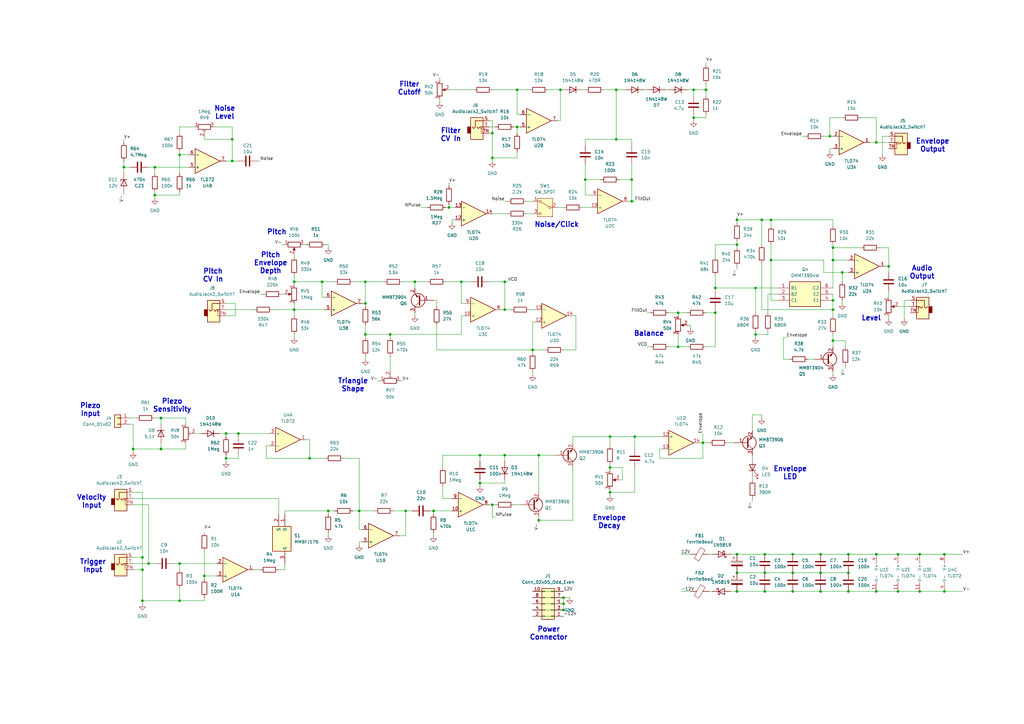
<source format=kicad_sch>
(kicad_sch (version 20231120) (generator "eeschema") (generator_version "8.0")
  (paper "A3")
  (title_block (title "Eleri") (date "2025-02-02") (rev "0.1") (company "Dwyfor Tech & MEGA Modular Corp."))
  (lib_symbols
    (symbol "Amplifier_Operational:TL072" (pin_names (offset 0.127))
      (property "Reference" "U" (at 0 5.08 0))
      (property "Value" "TL072" (at 0 -5.08 0))
      (symbol "TL072_1_1"
        (pin output line (at 7.62 0 180) (length 2.54) (name "~") (number "1"))
        (pin input line (at -7.62 -2.54 0) (length 2.54) (name "-") (number "2"))
        (pin input line (at -7.62 2.54 0) (length 2.54) (name "+") (number "3"))
      )
      (symbol "TL072_2_1"
        (pin input line (at -7.62 2.54 0) (length 2.54) (name "+") (number "5"))
        (pin input line (at -7.62 -2.54 0) (length 2.54) (name "-") (number "6"))
        (pin output line (at 7.62 0 180) (length 2.54) (name "~") (number "7"))
      )
      (symbol "TL072_3_1"
        (pin power_in line (at -2.54 -7.62 90) (length 3.81) (name "V-") (number "4"))
        (pin power_in line (at -2.54 7.62 270) (length 3.81) (name "V+") (number "8"))
      )
    )
    (symbol "Amplifier_Operational:TL074" (pin_names (offset 0.127))
      (property "Reference" "U" (at 0 5.08 0))
      (property "Value" "TL074" (at 0 -5.08 0))
      (symbol "TL074_1_1"
        (pin output line (at 7.62 0 180) (length 2.54) (name "~") (number "1"))
        (pin input line (at -7.62 -2.54 0) (length 2.54) (name "-") (number "2"))
        (pin input line (at -7.62 2.54 0) (length 2.54) (name "+") (number "3"))
      )
      (symbol "TL074_2_1"
        (pin input line (at -7.62 2.54 0) (length 2.54) (name "+") (number "5"))
        (pin input line (at -7.62 -2.54 0) (length 2.54) (name "-") (number "6"))
        (pin output line (at 7.62 0 180) (length 2.54) (name "~") (number "7"))
      )
      (symbol "TL074_3_1"
        (pin input line (at -7.62 2.54 0) (length 2.54) (name "+") (number "10"))
        (pin output line (at 7.62 0 180) (length 2.54) (name "~") (number "8"))
        (pin input line (at -7.62 -2.54 0) (length 2.54) (name "-") (number "9"))
      )
      (symbol "TL074_4_1"
        (pin input line (at -7.62 2.54 0) (length 2.54) (name "+") (number "12"))
        (pin input line (at -7.62 -2.54 0) (length 2.54) (name "-") (number "13"))
        (pin output line (at 7.62 0 180) (length 2.54) (name "~") (number "14"))
      )
      (symbol "TL074_5_1"
        (pin power_in line (at -2.54 -7.62 90) (length 3.81) (name "V-") (number "11"))
        (pin power_in line (at -2.54 7.62 270) (length 3.81) (name "V+") (number "4"))
      )
    )
    (symbol "Connector:AudioJack2_SwitchT"
      (property "Reference" "J" (at 0 8.89 0))
      (property "Value" "AudioJack2_SwitchT" (at 0 6.35 0))
      (symbol "AudioJack2_SwitchT_1_1"
        (pin passive line (at 5.08 2.54 180) (length 2.54) (name "~") (number "S"))
        (pin passive line (at 5.08 0 180) (length 2.54) (name "~") (number "T"))
        (pin passive line (at 5.08 -2.54 180) (length 2.54) (name "~") (number "TN"))
      )
    )
    (symbol "Connector_Generic:Conn_01x02" (pin_names (offset 1.016) hide)
      (property "Reference" "J" (at 0 2.54 0))
      (property "Value" "Conn_01x02" (at 0 -5.08 0))
      (symbol "Conn_01x02_1_1"
        (pin passive line (at -5.08 0 0) (length 3.81) (name "Pin_1") (number "1"))
        (pin passive line (at -5.08 -2.54 0) (length 3.81) (name "Pin_2") (number "2"))
      )
    )
    (symbol "Connector_Generic:Conn_02x05_Odd_Even" (pin_names (offset 1.016) hide)
      (property "Reference" "J" (at 1.27 7.62 0))
      (property "Value" "Conn_02x05_Odd_Even" (at 1.27 -7.62 0))
      (symbol "Conn_02x05_Odd_Even_1_1"
        (pin passive line (at -5.08 5.08 0) (length 3.81) (name "Pin_1") (number "1"))
        (pin passive line (at 7.62 -5.08 180) (length 3.81) (name "Pin_10") (number "10"))
        (pin passive line (at 7.62 5.08 180) (length 3.81) (name "Pin_2") (number "2"))
        (pin passive line (at -5.08 2.54 0) (length 3.81) (name "Pin_3") (number "3"))
        (pin passive line (at 7.62 2.54 180) (length 3.81) (name "Pin_4") (number "4"))
        (pin passive line (at -5.08 0 0) (length 3.81) (name "Pin_5") (number "5"))
        (pin passive line (at 7.62 0 180) (length 3.81) (name "Pin_6") (number "6"))
        (pin passive line (at -5.08 -2.54 0) (length 3.81) (name "Pin_7") (number "7"))
        (pin passive line (at 7.62 -2.54 180) (length 3.81) (name "Pin_8") (number "8"))
        (pin passive line (at -5.08 -5.08 0) (length 3.81) (name "Pin_9") (number "9"))
      )
    )
    (symbol "DMMT3904W:DMMT3904W"
      (property "Reference" "Q" (at 19.05 7.62 0))
      (property "Value" "DMMT3904W" (at 19.05 5.08 0))
      (symbol "DMMT3904W_1_1"
        (pin passive line (at 0 0 0) (length 5.08) (name "B1") (number "1"))
        (pin passive line (at 0 -2.54 0) (length 5.08) (name "B2") (number "2"))
        (pin passive line (at 0 -5.08 0) (length 5.08) (name "C1") (number "3"))
        (pin passive line (at 22.86 -5.08 180) (length 5.08) (name "E1") (number "4"))
        (pin passive line (at 22.86 -2.54 180) (length 5.08) (name "E2") (number "5"))
        (pin passive line (at 22.86 0 180) (length 5.08) (name "C2") (number "6"))
      )
    )
    (symbol "Device:C" (pin_numbers hide) (pin_names (offset 0.254))
      (property "Reference" "C" (at 0.635 2.54 0))
      (property "Value" "C" (at 0.635 -2.54 0))
      (symbol "C_1_1"
        (pin passive line (at 0 3.81 270) (length 2.794) (name "~") (number "1"))
        (pin passive line (at 0 -3.81 90) (length 2.794) (name "~") (number "2"))
      )
    )
    (symbol "Device:C_Polarized" (pin_numbers hide) (pin_names (offset 0.254))
      (property "Reference" "C" (at 0.635 2.54 0))
      (property "Value" "C_Polarized" (at 0.635 -2.54 0))
      (symbol "C_Polarized_1_1"
        (pin passive line (at 0 3.81 270) (length 2.794) (name "~") (number "1"))
        (pin passive line (at 0 -3.81 90) (length 2.794) (name "~") (number "2"))
      )
    )
    (symbol "Device:D_Zener" (pin_numbers hide) (pin_names (offset 1.016) hide)
      (property "Reference" "D" (at 0 2.54 0))
      (property "Value" "D_Zener" (at 0 -2.54 0))
      (symbol "D_Zener_1_1"
        (pin passive line (at -3.81 0 0) (length 2.54) (name "K") (number "1"))
        (pin passive line (at 3.81 0 180) (length 2.54) (name "A") (number "2"))
      )
    )
    (symbol "Device:FerriteBead" (pin_numbers hide) (pin_names (offset 0))
      (property "Reference" "FB" (at -3.81 0.635 90))
      (property "Value" "FerriteBead" (at 3.81 0 90))
      (symbol "FerriteBead_1_1"
        (pin passive line (at 0 3.81 270) (length 2.54) (name "~") (number "1"))
        (pin passive line (at 0 -3.81 90) (length 2.54) (name "~") (number "2"))
      )
    )
    (symbol "Device:LED" (pin_numbers hide) (pin_names (offset 1.016) hide)
      (property "Reference" "D" (at 0 2.54 0))
      (property "Value" "LED" (at 0 -2.54 0))
      (symbol "LED_1_1"
        (pin passive line (at -3.81 0 0) (length 2.54) (name "K") (number "1"))
        (pin passive line (at 3.81 0 180) (length 2.54) (name "A") (number "2"))
      )
    )
    (symbol "Device:R" (pin_numbers hide) (pin_names (offset 0))
      (property "Reference" "R" (at 2.032 0 90))
      (property "Value" "R" (at 0 0 90))
      (symbol "R_1_1"
        (pin passive line (at 0 3.81 270) (length 1.27) (name "~") (number "1"))
        (pin passive line (at 0 -3.81 90) (length 1.27) (name "~") (number "2"))
      )
    )
    (symbol "Device:R_Potentiometer" (pin_names (offset 1.016) hide)
      (property "Reference" "RV" (at -4.445 0 90))
      (property "Value" "R_Potentiometer" (at -2.54 0 90))
      (symbol "R_Potentiometer_1_1"
        (pin passive line (at 0 3.81 270) (length 1.27) (name "1") (number "1"))
        (pin passive line (at 3.81 0 180) (length 1.27) (name "2") (number "2"))
        (pin passive line (at 0 -3.81 90) (length 1.27) (name "3") (number "3"))
      )
    )
    (symbol "Device:R_Potentiometer_Trim" (pin_names (offset 1.016) hide)
      (property "Reference" "RV" (at -4.445 0 90))
      (property "Value" "R_Potentiometer_Trim" (at -2.54 0 90))
      (symbol "R_Potentiometer_Trim_1_1"
        (pin passive line (at 0 3.81 270) (length 1.27) (name "1") (number "1"))
        (pin passive line (at 3.81 0 180) (length 1.27) (name "2") (number "2"))
        (pin passive line (at 0 -3.81 90) (length 1.27) (name "3") (number "3"))
      )
    )
    (symbol "Diode:1N4148W" (pin_numbers hide) (pin_names hide)
      (property "Reference" "D" (at 0 2.54 0))
      (property "Value" "1N4148W" (at 0 -2.54 0))
      (symbol "1N4148W_1_1"
        (pin passive line (at -3.81 0 0) (length 2.54) (name "K") (number "1"))
        (pin passive line (at 3.81 0 180) (length 2.54) (name "A") (number "2"))
      )
    )
    (symbol "Diode:1N5819" (pin_numbers hide) (pin_names (offset 1.016) hide)
      (property "Reference" "D" (at 0 2.54 0))
      (property "Value" "1N5819" (at 0 -2.54 0))
      (symbol "1N5819_1_1"
        (pin passive line (at -3.81 0 0) (length 2.54) (name "K") (number "1"))
        (pin passive line (at 3.81 0 180) (length 2.54) (name "A") (number "2"))
      )
    )
    (symbol "GND_1" (power) (pin_numbers hide) (pin_names (offset 0) hide)
      (property "Value" "GND" (at 0 -3.81 0))
      (symbol "GND_1_1_1"
        (pin power_in line (at 0 0 270) (length 0) (name "~") (number "1"))
      )
    )
    (symbol "GND_2" (power) (pin_numbers hide) (pin_names (offset 0) hide)
      (property "Value" "GND" (at 0 -3.81 0))
      (symbol "GND_2_1_1"
        (pin power_in line (at 0 0 270) (length 0) (name "~") (number "1"))
      )
    )
    (symbol "GND_3" (power) (pin_numbers hide) (pin_names (offset 0) hide)
      (property "Value" "GND" (at 0 -3.81 0))
      (symbol "GND_3_1_1"
        (pin power_in line (at 0 0 270) (length 0) (name "~") (number "1"))
      )
    )
    (symbol "GND_4" (power) (pin_numbers hide) (pin_names (offset 0) hide)
      (property "Value" "GND" (at 0 -3.81 0))
      (symbol "GND_4_1_1"
        (pin power_in line (at 0 0 270) (length 0) (name "~") (number "1"))
      )
    )
    (symbol "GND_5" (power) (pin_numbers hide) (pin_names (offset 0) hide)
      (property "Value" "GND" (at 0 -3.81 0))
      (symbol "GND_5_1_1"
        (pin power_in line (at 0 0 270) (length 0) (name "~") (number "1"))
      )
    )
    (symbol "MMBFJ176:MMBFJ176"
      (property "Reference" "S" (at 16.51 7.62 0))
      (property "Value" "MMBFJ176" (at 16.51 5.08 0))
      (symbol "MMBFJ176_1_1"
        (pin passive line (at 0 0 0) (length 5.08) (name "D") (number "1"))
        (pin passive line (at 0 -2.54 0) (length 5.08) (name "S") (number "2"))
        (pin passive line (at 20.32 0 180) (length 5.08) (name "G") (number "3"))
      )
    )
    (symbol "Switch:SW_SPDT" (pin_names (offset 0) hide)
      (property "Reference" "SW" (at 0 5.08 0))
      (property "Value" "SW_SPDT" (at 0 -5.08 0))
      (symbol "SW_SPDT_1_1"
        (pin passive line (at 5.08 2.54 180) (length 2.54) (name "A") (number "1"))
        (pin passive line (at -5.08 0 0) (length 2.54) (name "B") (number "2"))
        (pin passive line (at 5.08 -2.54 180) (length 2.54) (name "C") (number "3"))
      )
    )
    (symbol "Transistor_BJT:MMBT3904" (pin_names (offset 0) hide)
      (property "Reference" "Q" (at 5.08 1.905 0))
      (property "Value" "MMBT3904" (at 5.08 0 0))
      (symbol "MMBT3904_1_1"
        (pin input line (at -5.08 0 0) (length 5.715) (name "B") (number "1"))
        (pin passive line (at 2.54 -5.08 90) (length 2.54) (name "E") (number "2"))
        (pin passive line (at 2.54 5.08 270) (length 2.54) (name "C") (number "3"))
      )
    )
    (symbol "Transistor_BJT:MMBT3906" (pin_names (offset 0) hide)
      (property "Reference" "Q" (at 5.08 1.905 0))
      (property "Value" "MMBT3906" (at 5.08 0 0))
      (symbol "MMBT3906_1_1"
        (pin input line (at -5.08 0 0) (length 5.715) (name "B") (number "1"))
        (pin passive line (at 2.54 -5.08 90) (length 2.54) (name "E") (number "2"))
        (pin passive line (at 2.54 5.08 270) (length 2.54) (name "C") (number "3"))
      )
    )
    (symbol "power:GND" (power) (pin_names (offset 0))
      (property "Value" "GND" (at 0 -3.81 0))
      (symbol "GND_1_1"
        (pin power_in line (at 0 0 270) (length 0) hide (name "GND") (number "1"))
      )
    )
  )
  (junction (at 240.03 73.66))
  (junction (at 347.98 242.57))
  (junction (at 63.5 80.01))
  (junction (at 250.19 201.93))
  (junction (at 336.55 234.95))
  (junction (at 377.19 242.57))
  (junction (at 293.37 118.11))
  (junction (at 250.19 191.77))
  (junction (at 341.63 127))
  (junction (at 340.36 55.88))
  (junction (at 316.23 90.17))
  (junction (at 302.26 227.33))
  (junction (at 220.98 186.69))
  (junction (at 359.41 242.57))
  (junction (at 95.25 57.15))
  (junction (at 293.37 128.27))
  (junction (at 387.35 227.33))
  (junction (at 231.14 247.65))
  (junction (at 313.69 227.33))
  (junction (at 377.19 227.33))
  (junction (at 260.35 179.07))
  (junction (at 302.26 242.57))
  (junction (at 325.12 227.33))
  (junction (at 73.66 63.5))
  (junction (at 359.41 227.33))
  (junction (at 207.01 115.57))
  (junction (at 196.85 198.12))
  (junction (at 302.26 100.33))
  (junction (at 92.71 177.8))
  (junction (at 347.98 227.33))
  (junction (at 73.66 231.14))
  (junction (at 345.44 111.76))
  (junction (at 284.48 36.83))
  (junction (at 160.02 137.16))
  (junction (at 177.8 209.55))
  (junction (at 166.37 209.55))
  (junction (at 196.85 186.69))
  (junction (at 120.65 115.57))
  (junction (at 364.49 109.22))
  (junction (at 368.3 242.57))
  (junction (at 60.96 231.14))
  (junction (at 316.23 106.68))
  (junction (at 184.15 85.09))
  (junction (at 147.32 209.55))
  (junction (at 58.42 246.38))
  (junction (at 368.3 227.33))
  (junction (at 50.8 68.58))
  (junction (at 149.86 137.16))
  (junction (at 289.56 36.83))
  (junction (at 201.93 54.61))
  (junction (at 252.73 36.83))
  (junction (at 149.86 124.46))
  (junction (at 218.44 143.51))
  (junction (at 313.69 234.95))
  (junction (at 201.93 64.77))
  (junction (at 309.88 137.16))
  (junction (at 212.09 52.07))
  (junction (at 341.63 106.68))
  (junction (at 149.86 115.57))
  (junction (at 313.69 242.57))
  (junction (at 341.63 139.7))
  (junction (at 288.29 181.61))
  (junction (at 347.98 234.95))
  (junction (at 54.61 184.15))
  (junction (at 134.62 209.55))
  (junction (at 66.04 184.15))
  (junction (at 259.08 73.66))
  (junction (at 97.79 177.8))
  (junction (at 170.18 115.57))
  (junction (at 201.93 207.01))
  (junction (at 212.09 36.83))
  (junction (at 207.01 186.69))
  (junction (at 284.48 48.26))
  (junction (at 231.14 245.11))
  (junction (at 309.88 118.11))
  (junction (at 259.08 82.55))
  (junction (at 73.66 246.38))
  (junction (at 189.23 115.57))
  (junction (at 58.42 228.6))
  (junction (at 336.55 227.33))
  (junction (at 132.08 115.57))
  (junction (at 252.73 57.15))
  (junction (at 229.87 36.83))
  (junction (at 341.63 101.6))
  (junction (at 83.82 236.22))
  (junction (at 341.63 123.19))
  (junction (at 278.13 128.27))
  (junction (at 278.13 142.24))
  (junction (at 66.04 171.45))
  (junction (at 312.42 90.17))
  (junction (at 359.41 58.42))
  (junction (at 120.65 127))
  (junction (at 336.55 242.57))
  (junction (at 92.71 187.96))
  (junction (at 220.98 213.36))
  (junction (at 58.42 233.68))
  (junction (at 302.26 234.95))
  (junction (at 325.12 242.57))
  (junction (at 231.14 250.19))
  (junction (at 207.01 127))
  (junction (at 95.25 66.04))
  (junction (at 63.5 68.58))
  (junction (at 387.35 242.57))
  (junction (at 325.12 234.95))
  (junction (at 250.19 179.07))
  (junction (at 127 187.96))
  (junction (at 302.26 90.17))
  (wire (pts (xy 321.31 138.43) (xy 321.31 147.32)))
  (wire (pts (xy 54.61 173.99) (xy 54.61 184.15)))
  (wire (pts (xy 58.42 233.68) (xy 54.61 233.68)))
  (wire (pts (xy 97.79 187.96) (xy 97.79 186.69)))
  (wire (pts (xy 120.65 127) (xy 120.65 124.46)))
  (wire (pts (xy 66.04 184.15) (xy 76.2 184.15)))
  (wire (pts (xy 302.26 91.44) (xy 302.26 90.17)))
  (wire (pts (xy 133.35 121.92) (xy 132.08 121.92)))
  (wire (pts (xy 218.44 250.19) (xy 231.14 250.19)))
  (wire (pts (xy 316.23 90.17) (xy 312.42 90.17)))
  (wire (pts (xy 149.86 133.35) (xy 149.86 137.16)))
  (wire (pts (xy 116.84 209.55) (xy 134.62 209.55)))
  (wire (pts (xy 166.37 219.71) (xy 163.83 219.71)))
  (wire (pts (xy 177.8 209.55) (xy 177.8 210.82)))
  (wire (pts (xy 364.49 109.22) (xy 363.22 109.22)))
  (wire (pts (xy 308.61 170.18) (xy 312.42 170.18)))
  (wire (pts (xy 302.26 88.9) (xy 302.26 90.17)))
  (wire (pts (xy 364.49 129.54) (xy 364.49 130.81)))
  (wire (pts (xy 161.29 209.55) (xy 166.37 209.55)))
  (wire (pts (xy 184.15 74.93) (xy 184.15 76.2)))
  (wire (pts (xy 218.44 252.73) (xy 231.14 252.73)))
  (wire (pts (xy 271.78 184.15) (xy 270.51 184.15)))
  (wire (pts (xy 220.98 213.36) (xy 234.95 213.36)))
  (wire (pts (xy 127 187.96) (xy 133.35 187.96)))
  (wire (pts (xy 331.47 147.32) (xy 334.01 147.32)))
  (wire (pts (xy 63.5 68.58) (xy 77.47 68.58)))
  (wire (pts (xy 147.32 223.52) (xy 147.32 222.25)))
  (wire (pts (xy 71.12 231.14) (xy 73.66 231.14)))
  (wire (pts (xy 370.84 130.81) (xy 370.84 123.19)))
  (wire (pts (xy 54.61 185.42) (xy 54.61 184.15)))
  (wire (pts (xy 185.42 91.44) (xy 185.42 90.17)))
  (wire (pts (xy 220.98 186.69) (xy 227.33 186.69)))
  (wire (pts (xy 218.44 143.51) (xy 218.44 144.78)))
  (wire (pts (xy 260.35 201.93) (xy 260.35 191.77)))
  (wire (pts (xy 228.6 85.09) (xy 231.14 85.09)))
  (wire (pts (xy 368.3 242.57) (xy 377.19 242.57)))
  (wire (pts (xy 115.57 120.65) (xy 116.84 120.65)))
  (wire (pts (xy 90.17 177.8) (xy 92.71 177.8)))
  (wire (pts (xy 207.01 198.12) (xy 207.01 196.85)))
  (wire (pts (xy 218.44 245.11) (xy 231.14 245.11)))
  (wire (pts (xy 114.3 204.47) (xy 114.3 210.82)))
  (wire (pts (xy 341.63 152.4) (xy 341.63 153.67)))
  (wire (pts (xy 165.1 115.57) (xy 170.18 115.57)))
  (wire (pts (xy 201.93 54.61) (xy 201.93 64.77)))
  (wire (pts (xy 177.8 218.44) (xy 177.8 219.71)))
  (wire (pts (xy 337.82 55.88) (xy 340.36 55.88)))
  (wire (pts (xy 73.66 241.3) (xy 73.66 246.38)))
  (wire (pts (xy 316.23 123.19) (xy 318.77 123.19)))
  (wire (pts (xy 340.36 55.88) (xy 340.36 48.26)))
  (wire (pts (xy 260.35 179.07) (xy 250.19 179.07)))
  (wire (pts (xy 321.31 147.32) (xy 323.85 147.32)))
  (wire (pts (xy 336.55 242.57) (xy 347.98 242.57)))
  (wire (pts (xy 240.03 73.66) (xy 240.03 67.31)))
  (wire (pts (xy 347.98 227.33) (xy 359.41 227.33)))
  (wire (pts (xy 231.14 247.65) (xy 231.14 250.19)))
  (wire (pts (xy 63.5 80.01) (xy 73.66 80.01)))
  (wire (pts (xy 182.88 85.09) (xy 184.15 85.09)))
  (wire (pts (xy 170.18 115.57) (xy 175.26 115.57)))
  (wire (pts (xy 231.14 245.11) (xy 233.68 245.11)))
  (wire (pts (xy 97.79 177.8) (xy 97.79 179.07)))
  (wire (pts (xy 346.71 149.86) (xy 346.71 151.13)))
  (wire (pts (xy 265.43 128.27) (xy 266.7 128.27)))
  (wire (pts (xy 212.09 36.83) (xy 217.17 36.83)))
  (wire (pts (xy 288.29 177.8) (xy 288.29 181.61)))
  (wire (pts (xy 312.42 127) (xy 341.63 127)))
  (wire (pts (xy 73.66 63.5) (xy 73.66 71.12)))
  (wire (pts (xy 270.51 187.96) (xy 288.29 187.96)))
  (wire (pts (xy 149.86 115.57) (xy 144.78 115.57)))
  (wire (pts (xy 170.18 128.27) (xy 170.18 129.54)))
  (wire (pts (xy 148.59 124.46) (xy 149.86 124.46)))
  (wire (pts (xy 97.79 177.8) (xy 110.49 177.8)))
  (wire (pts (xy 200.66 52.07) (xy 203.2 52.07)))
  (wire (pts (xy 58.42 228.6) (xy 58.42 233.68)))
  (wire (pts (xy 170.18 118.11) (xy 170.18 115.57)))
  (wire (pts (xy 254 73.66) (xy 259.08 73.66)))
  (wire (pts (xy 147.32 222.25) (xy 148.59 222.25)))
  (wire (pts (xy 359.41 48.26) (xy 359.41 58.42)))
  (wire (pts (xy 288.29 187.96) (xy 288.29 181.61)))
  (wire (pts (xy 387.35 227.33) (xy 394.97 227.33)))
  (wire (pts (xy 370.84 123.19) (xy 373.38 123.19)))
  (wire (pts (xy 120.65 113.03) (xy 120.65 115.57)))
  (wire (pts (xy 207.01 186.69) (xy 220.98 186.69)))
  (wire (pts (xy 106.68 120.65) (xy 107.95 120.65)))
  (wire (pts (xy 83.82 246.38) (xy 83.82 245.11)))
  (wire (pts (xy 201.93 212.09) (xy 203.2 212.09)))
  (wire (pts (xy 283.21 134.62) (xy 283.21 133.35)))
  (wire (pts (xy 92.71 177.8) (xy 97.79 177.8)))
  (wire (pts (xy 184.15 83.82) (xy 184.15 85.09)))
  (wire (pts (xy 185.42 90.17) (xy 186.69 90.17)))
  (wire (pts (xy 356.87 58.42) (xy 359.41 58.42)))
  (wire (pts (xy 336.55 227.33) (xy 347.98 227.33)))
  (wire (pts (xy 341.63 106.68) (xy 341.63 118.11)))
  (wire (pts (xy 60.96 207.01) (xy 60.96 231.14)))
  (wire (pts (xy 229.87 36.83) (xy 229.87 49.53)))
  (wire (pts (xy 270.51 184.15) (xy 270.51 187.96)))
  (wire (pts (xy 259.08 57.15) (xy 259.08 59.69)))
  (wire (pts (xy 95.25 57.15) (xy 95.25 52.07)))
  (wire (pts (xy 240.03 59.69) (xy 240.03 57.15)))
  (wire (pts (xy 220.98 186.69) (xy 220.98 201.93)))
  (wire (pts (xy 105.41 66.04) (xy 106.68 66.04)))
  (wire (pts (xy 229.87 36.83) (xy 231.14 36.83)))
  (wire (pts (xy 132.08 115.57) (xy 120.65 115.57)))
  (wire (pts (xy 260.35 179.07) (xy 271.78 179.07)))
  (wire (pts (xy 54.61 204.47) (xy 114.3 204.47)))
  (wire (pts (xy 345.44 123.19) (xy 345.44 124.46)))
  (wire (pts (xy 207.01 115.57) (xy 207.01 127)))
  (wire (pts (xy 340.36 60.96) (xy 341.63 60.96)))
  (wire (pts (xy 289.56 34.29) (xy 289.56 36.83)))
  (wire (pts (xy 83.82 57.15) (xy 95.25 57.15)))
  (wire (pts (xy 259.08 82.55) (xy 257.81 82.55)))
  (wire (pts (xy 148.59 217.17) (xy 147.32 217.17)))
  (wire (pts (xy 92.71 186.69) (xy 92.71 187.96)))
  (wire (pts (xy 309.88 137.16) (xy 309.88 138.43)))
  (wire (pts (xy 134.62 209.55) (xy 134.62 210.82)))
  (wire (pts (xy 196.85 186.69) (xy 196.85 189.23)))
  (wire (pts (xy 201.93 207.01) (xy 203.2 207.01)))
  (wire (pts (xy 265.43 142.24) (xy 266.7 142.24)))
  (wire (pts (xy 149.86 146.05) (xy 149.86 147.32)))
  (wire (pts (xy 181.61 204.47) (xy 181.61 199.39)))
  (wire (pts (xy 213.36 46.99) (xy 212.09 46.99)))
  (wire (pts (xy 284.48 46.99) (xy 284.48 48.26)))
  (wire (pts (xy 200.66 54.61) (xy 201.93 54.61)))
  (wire (pts (xy 234.95 129.54) (xy 236.22 129.54)))
  (wire (pts (xy 92.71 127) (xy 104.14 127)))
  (wire (pts (xy 341.63 101.6) (xy 341.63 106.68)))
  (wire (pts (xy 189.23 129.54) (xy 189.23 137.16)))
  (wire (pts (xy 279.4 242.57) (xy 283.21 242.57)))
  (wire (pts (xy 189.23 137.16) (xy 160.02 137.16)))
  (wire (pts (xy 340.36 62.23) (xy 340.36 60.96)))
  (wire (pts (xy 247.65 36.83) (xy 252.73 36.83)))
  (wire (pts (xy 166.37 209.55) (xy 166.37 219.71)))
  (wire (pts (xy 92.71 189.23) (xy 92.71 187.96)))
  (wire (pts (xy 340.36 55.88) (xy 341.63 55.88)))
  (wire (pts (xy 308.61 176.53) (xy 308.61 170.18)))
  (wire (pts (xy 196.85 198.12) (xy 207.01 198.12)))
  (wire (pts (xy 189.23 115.57) (xy 182.88 115.57)))
  (wire (pts (xy 220.98 213.36) (xy 220.98 214.63)))
  (wire (pts (xy 77.47 63.5) (xy 73.66 63.5)))
  (wire (pts (xy 302.26 110.49) (xy 302.26 109.22)))
  (wire (pts (xy 189.23 124.46) (xy 189.23 115.57)))
  (wire (pts (xy 302.26 99.06) (xy 302.26 100.33)))
  (wire (pts (xy 302.26 90.17) (xy 312.42 90.17)))
  (wire (pts (xy 238.76 85.09) (xy 242.57 85.09)))
  (wire (pts (xy 207.01 186.69) (xy 207.01 189.23)))
  (wire (pts (xy 127 187.96) (xy 127 180.34)))
  (wire (pts (xy 341.63 120.65) (xy 341.63 123.19)))
  (wire (pts (xy 53.34 173.99) (xy 54.61 173.99)))
  (wire (pts (xy 111.76 127) (xy 120.65 127)))
  (wire (pts (xy 154.94 156.21) (xy 156.21 156.21)))
  (wire (pts (xy 149.86 124.46) (xy 149.86 125.73)))
  (wire (pts (xy 54.61 184.15) (xy 66.04 184.15)))
  (wire (pts (xy 179.07 143.51) (xy 218.44 143.51)))
  (wire (pts (xy 218.44 132.08) (xy 219.71 132.08)))
  (wire (pts (xy 163.83 156.21) (xy 165.1 156.21)))
  (wire (pts (xy 120.65 137.16) (xy 120.65 138.43)))
  (wire (pts (xy 177.8 209.55) (xy 185.42 209.55)))
  (wire (pts (xy 364.49 101.6) (xy 364.49 109.22)))
  (wire (pts (xy 116.84 210.82) (xy 116.84 209.55)))
  (wire (pts (xy 273.05 36.83) (xy 274.32 36.83)))
  (wire (pts (xy 201.93 207.01) (xy 201.93 212.09)))
  (wire (pts (xy 341.63 137.16) (xy 341.63 139.7)))
  (wire (pts (xy 132.08 115.57) (xy 137.16 115.57)))
  (wire (pts (xy 207.01 115.57) (xy 208.28 115.57)))
  (wire (pts (xy 252.73 36.83) (xy 256.54 36.83)))
  (wire (pts (xy 278.13 142.24) (xy 281.94 142.24)))
  (wire (pts (xy 340.36 48.26) (xy 345.44 48.26)))
  (wire (pts (xy 212.09 62.23) (xy 212.09 64.77)))
  (wire (pts (xy 250.19 191.77) (xy 250.19 193.04)))
  (wire (pts (xy 132.08 121.92) (xy 132.08 115.57)))
  (wire (pts (xy 144.78 209.55) (xy 147.32 209.55)))
  (wire (pts (xy 73.66 231.14) (xy 73.66 233.68)))
  (wire (pts (xy 134.62 100.33) (xy 134.62 101.6)))
  (wire (pts (xy 134.62 218.44) (xy 134.62 219.71)))
  (wire (pts (xy 201.93 49.53) (xy 200.66 49.53)))
  (wire (pts (xy 312.42 90.17) (xy 312.42 100.33)))
  (wire (pts (xy 63.5 80.01) (xy 63.5 81.28)))
  (wire (pts (xy 160.02 137.16) (xy 160.02 138.43)))
  (wire (pts (xy 104.14 233.68) (xy 106.68 233.68)))
  (wire (pts (xy 337.82 111.76) (xy 337.82 106.68)))
  (wire (pts (xy 201.93 66.04) (xy 201.93 64.77)))
  (wire (pts (xy 308.61 186.69) (xy 308.61 187.96)))
  (wire (pts (xy 234.95 179.07) (xy 250.19 179.07)))
  (wire (pts (xy 250.19 190.5) (xy 250.19 191.77)))
  (wire (pts (xy 63.5 171.45) (xy 66.04 171.45)))
  (wire (pts (xy 217.17 127) (xy 219.71 127)))
  (wire (pts (xy 66.04 171.45) (xy 66.04 173.99)))
  (wire (pts (xy 325.12 227.33) (xy 336.55 227.33)))
  (wire (pts (xy 196.85 196.85) (xy 196.85 198.12)))
  (wire (pts (xy 212.09 64.77) (xy 201.93 64.77)))
  (wire (pts (xy 149.86 137.16) (xy 160.02 137.16)))
  (wire (pts (xy 83.82 57.15) (xy 83.82 55.88)))
  (wire (pts (xy 312.42 170.18) (xy 312.42 171.45)))
  (wire (pts (xy 293.37 105.41) (xy 293.37 100.33)))
  (wire (pts (xy 341.63 90.17) (xy 316.23 90.17)))
  (wire (pts (xy 284.48 36.83) (xy 289.56 36.83)))
  (wire (pts (xy 364.49 119.38) (xy 364.49 121.92)))
  (wire (pts (xy 147.32 217.17) (xy 147.32 209.55)))
  (wire (pts (xy 184.15 36.83) (xy 194.31 36.83)))
  (wire (pts (xy 229.87 49.53) (xy 228.6 49.53)))
  (wire (pts (xy 73.66 231.14) (xy 88.9 231.14)))
  (wire (pts (xy 63.5 68.58) (xy 63.5 71.12)))
  (wire (pts (xy 190.5 129.54) (xy 189.23 129.54)))
  (wire (pts (xy 341.63 139.7) (xy 346.71 139.7)))
  (wire (pts (xy 95.25 52.07) (xy 87.63 52.07)))
  (wire (pts (xy 312.42 107.95) (xy 312.42 127)))
  (wire (pts (xy 316.23 106.68) (xy 316.23 123.19)))
  (wire (pts (xy 179.07 133.35) (xy 179.07 143.51)))
  (wire (pts (xy 190.5 124.46) (xy 189.23 124.46)))
  (wire (pts (xy 293.37 118.11) (xy 293.37 119.38)))
  (wire (pts (xy 313.69 227.33) (xy 325.12 227.33)))
  (wire (pts (xy 299.72 242.57) (xy 302.26 242.57)))
  (wire (pts (xy 284.48 48.26) (xy 284.48 49.53)))
  (wire (pts (xy 181.61 191.77) (xy 181.61 186.69)))
  (wire (pts (xy 234.95 181.61) (xy 234.95 179.07)))
  (wire (pts (xy 293.37 118.11) (xy 293.37 113.03)))
  (wire (pts (xy 83.82 236.22) (xy 88.9 236.22)))
  (wire (pts (xy 218.44 143.51) (xy 218.44 132.08)))
  (wire (pts (xy 220.98 212.09) (xy 220.98 213.36)))
  (wire (pts (xy 242.57 80.01) (xy 240.03 80.01)))
  (wire (pts (xy 124.46 100.33) (xy 125.73 100.33)))
  (wire (pts (xy 109.22 182.88) (xy 110.49 182.88)))
  (wire (pts (xy 290.83 227.33) (xy 292.1 227.33)))
  (wire (pts (xy 54.61 228.6) (xy 58.42 228.6)))
  (wire (pts (xy 149.86 115.57) (xy 157.48 115.57)))
  (wire (pts (xy 240.03 73.66) (xy 246.38 73.66)))
  (wire (pts (xy 302.26 100.33) (xy 302.26 101.6)))
  (wire (pts (xy 336.55 234.95) (xy 347.98 234.95)))
  (wire (pts (xy 278.13 128.27) (xy 278.13 129.54)))
  (wire (pts (xy 92.71 177.8) (xy 92.71 179.07)))
  (wire (pts (xy 73.66 80.01) (xy 73.66 78.74)))
  (wire (pts (xy 259.08 67.31) (xy 259.08 73.66)))
  (wire (pts (xy 347.98 242.57) (xy 359.41 242.57)))
  (wire (pts (xy 345.44 111.76) (xy 345.44 115.57)))
  (wire (pts (xy 309.88 118.11) (xy 309.88 128.27)))
  (wire (pts (xy 325.12 242.57) (xy 336.55 242.57)))
  (wire (pts (xy 250.19 191.77) (xy 255.27 191.77)))
  (wire (pts (xy 293.37 128.27) (xy 293.37 142.24)))
  (wire (pts (xy 180.34 31.75) (xy 180.34 33.02)))
  (wire (pts (xy 309.88 118.11) (xy 293.37 118.11)))
  (wire (pts (xy 368.3 227.33) (xy 377.19 227.33)))
  (wire (pts (xy 314.96 137.16) (xy 314.96 135.89)))
  (wire (pts (xy 160.02 146.05) (xy 160.02 152.4)))
  (wire (pts (xy 308.61 195.58) (xy 308.61 196.85)))
  (wire (pts (xy 313.69 234.95) (xy 325.12 234.95)))
  (wire (pts (xy 250.19 201.93) (xy 260.35 201.93)))
  (wire (pts (xy 259.08 82.55) (xy 260.35 82.55)))
  (wire (pts (xy 309.88 137.16) (xy 309.88 135.89)))
  (wire (pts (xy 96.52 129.54) (xy 92.71 129.54)))
  (wire (pts (xy 80.01 177.8) (xy 82.55 177.8)))
  (wire (pts (xy 250.19 179.07) (xy 250.19 182.88)))
  (wire (pts (xy 76.2 171.45) (xy 76.2 173.99)))
  (wire (pts (xy 212.09 52.07) (xy 213.36 52.07)))
  (wire (pts (xy 289.56 128.27) (xy 293.37 128.27)))
  (wire (pts (xy 180.34 40.64) (xy 180.34 41.91)))
  (wire (pts (xy 359.41 58.42) (xy 364.49 58.42)))
  (wire (pts (xy 133.35 100.33) (xy 134.62 100.33)))
  (wire (pts (xy 207.01 82.55) (xy 208.28 82.55)))
  (wire (pts (xy 189.23 115.57) (xy 193.04 115.57)))
  (wire (pts (xy 240.03 80.01) (xy 240.03 73.66)))
  (wire (pts (xy 346.71 139.7) (xy 346.71 142.24)))
  (wire (pts (xy 353.06 101.6) (xy 341.63 101.6)))
  (wire (pts (xy 223.52 143.51) (xy 218.44 143.51)))
  (wire (pts (xy 176.53 209.55) (xy 177.8 209.55)))
  (wire (pts (xy 95.25 57.15) (xy 95.25 66.04)))
  (wire (pts (xy 127 180.34) (xy 125.73 180.34)))
  (wire (pts (xy 289.56 25.4) (xy 289.56 26.67)))
  (wire (pts (xy 215.9 87.63) (xy 218.44 87.63)))
  (wire (pts (xy 337.82 106.68) (xy 316.23 106.68)))
  (wire (pts (xy 347.98 106.68) (xy 341.63 106.68)))
  (wire (pts (xy 147.32 187.96) (xy 147.32 209.55)))
  (wire (pts (xy 341.63 127) (xy 341.63 129.54)))
  (wire (pts (xy 278.13 128.27) (xy 281.94 128.27)))
  (wire (pts (xy 318.77 118.11) (xy 309.88 118.11)))
  (wire (pts (xy 60.96 231.14) (xy 63.5 231.14)))
  (wire (pts (xy 368.3 125.73) (xy 373.38 125.73)))
  (wire (pts (xy 83.82 226.06) (xy 83.82 236.22)))
  (wire (pts (xy 200.66 207.01) (xy 201.93 207.01)))
  (wire (pts (xy 347.98 111.76) (xy 345.44 111.76)))
  (wire (pts (xy 92.71 66.04) (xy 95.25 66.04)))
  (wire (pts (xy 134.62 209.55) (xy 137.16 209.55)))
  (wire (pts (xy 96.52 124.46) (xy 96.52 129.54)))
  (wire (pts (xy 201.93 36.83) (xy 212.09 36.83)))
  (wire (pts (xy 50.8 66.04) (xy 50.8 68.58)))
  (wire (pts (xy 361.95 63.5) (xy 361.95 55.88)))
  (wire (pts (xy 92.71 124.46) (xy 96.52 124.46)))
  (wire (pts (xy 54.61 231.14) (xy 60.96 231.14)))
  (wire (pts (xy 259.08 73.66) (xy 259.08 82.55)))
  (wire (pts (xy 60.96 68.58) (xy 63.5 68.58)))
  (wire (pts (xy 120.65 104.14) (xy 120.65 105.41)))
  (wire (pts (xy 240.03 57.15) (xy 252.73 57.15)))
  (wire (pts (xy 353.06 48.26) (xy 359.41 48.26)))
  (wire (pts (xy 284.48 48.26) (xy 289.56 48.26)))
  (wire (pts (xy 250.19 201.93) (xy 250.19 200.66)))
  (wire (pts (xy 212.09 46.99) (xy 212.09 36.83)))
  (wire (pts (xy 238.76 36.83) (xy 240.03 36.83)))
  (wire (pts (xy 73.66 54.61) (xy 73.66 52.07)))
  (wire (pts (xy 264.16 36.83) (xy 265.43 36.83)))
  (wire (pts (xy 149.86 137.16) (xy 149.86 138.43)))
  (wire (pts (xy 279.4 227.33) (xy 283.21 227.33)))
  (wire (pts (xy 166.37 209.55) (xy 168.91 209.55)))
  (wire (pts (xy 196.85 198.12) (xy 196.85 199.39)))
  (wire (pts (xy 274.32 142.24) (xy 278.13 142.24)))
  (wire (pts (xy 218.44 152.4) (xy 218.44 153.67)))
  (wire (pts (xy 313.69 242.57) (xy 325.12 242.57)))
  (wire (pts (xy 328.93 55.88) (xy 330.2 55.88)))
  (wire (pts (xy 185.42 204.47) (xy 181.61 204.47)))
  (wire (pts (xy 54.61 207.01) (xy 60.96 207.01)))
  (wire (pts (xy 50.8 57.15) (xy 50.8 58.42)))
  (wire (pts (xy 207.01 127) (xy 205.74 127)))
  (wire (pts (xy 364.49 109.22) (xy 364.49 111.76)))
  (wire (pts (xy 58.42 246.38) (xy 58.42 247.65)))
  (wire (pts (xy 66.04 181.61) (xy 66.04 184.15)))
  (wire (pts (xy 299.72 227.33) (xy 302.26 227.33)))
  (wire (pts (xy 284.48 39.37) (xy 284.48 36.83)))
  (wire (pts (xy 207.01 127) (xy 209.55 127)))
  (wire (pts (xy 290.83 242.57) (xy 292.1 242.57)))
  (wire (pts (xy 210.82 207.01) (xy 213.36 207.01)))
  (wire (pts (xy 361.95 55.88) (xy 364.49 55.88)))
  (wire (pts (xy 181.61 186.69) (xy 196.85 186.69)))
  (wire (pts (xy 116.84 233.68) (xy 116.84 231.14)))
  (wire (pts (xy 236.22 143.51) (xy 231.14 143.51)))
  (wire (pts (xy 149.86 124.46) (xy 149.86 115.57)))
  (wire (pts (xy 302.26 234.95) (xy 313.69 234.95)))
  (wire (pts (xy 179.07 123.19) (xy 179.07 125.73)))
  (wire (pts (xy 255.27 196.85) (xy 254 196.85)))
  (wire (pts (xy 289.56 36.83) (xy 289.56 39.37)))
  (wire (pts (xy 250.19 201.93) (xy 250.19 203.2)))
  (wire (pts (xy 345.44 111.76) (xy 337.82 111.76)))
  (wire (pts (xy 76.2 184.15) (xy 76.2 181.61)))
  (wire (pts (xy 114.3 233.68) (xy 116.84 233.68)))
  (wire (pts (xy 58.42 233.68) (xy 58.42 246.38)))
  (wire (pts (xy 316.23 100.33) (xy 316.23 106.68)))
  (wire (pts (xy 58.42 228.6) (xy 58.42 201.93)))
  (wire (pts (xy 50.8 80.01) (xy 50.8 78.74)))
  (wire (pts (xy 284.48 36.83) (xy 281.94 36.83)))
  (wire (pts (xy 92.71 187.96) (xy 97.79 187.96)))
  (wire (pts (xy 359.41 242.57) (xy 368.3 242.57)))
  (wire (pts (xy 309.88 137.16) (xy 314.96 137.16)))
  (wire (pts (xy 201.93 54.61) (xy 201.93 49.53)))
  (wire (pts (xy 133.35 127) (xy 120.65 127)))
  (wire (pts (xy 63.5 78.74) (xy 63.5 80.01)))
  (wire (pts (xy 50.8 68.58) (xy 50.8 71.12)))
  (wire (pts (xy 73.66 246.38) (xy 83.82 246.38)))
  (wire (pts (xy 377.19 242.57) (xy 387.35 242.57)))
  (wire (pts (xy 255.27 191.77) (xy 255.27 196.85)))
  (wire (pts (xy 140.97 187.96) (xy 147.32 187.96)))
  (wire (pts (xy 302.26 227.33) (xy 313.69 227.33)))
  (wire (pts (xy 341.63 139.7) (xy 341.63 142.24)))
  (wire (pts (xy 53.34 171.45) (xy 55.88 171.45)))
  (wire (pts (xy 201.93 87.63) (xy 208.28 87.63)))
  (wire (pts (xy 83.82 236.22) (xy 83.82 237.49)))
  (wire (pts (xy 298.45 181.61) (xy 300.99 181.61)))
  (wire (pts (xy 66.04 171.45) (xy 76.2 171.45)))
  (wire (pts (xy 215.9 82.55) (xy 218.44 82.55)))
  (wire (pts (xy 278.13 137.16) (xy 278.13 142.24)))
  (wire (pts (xy 293.37 100.33) (xy 302.26 100.33)))
  (wire (pts (xy 377.19 227.33) (xy 387.35 227.33)))
  (wire (pts (xy 50.8 68.58) (xy 53.34 68.58)))
  (wire (pts (xy 109.22 182.88) (xy 109.22 187.96)))
  (wire (pts (xy 288.29 181.61) (xy 287.02 181.61)))
  (wire (pts (xy 109.22 187.96) (xy 127 187.96)))
  (wire (pts (xy 95.25 66.04) (xy 97.79 66.04)))
  (wire (pts (xy 341.63 100.33) (xy 341.63 101.6)))
  (wire (pts (xy 283.21 133.35) (xy 281.94 133.35)))
  (wire (pts (xy 218.44 247.65) (xy 231.14 247.65)))
  (wire (pts (xy 322.58 138.43) (xy 321.31 138.43)))
  (wire (pts (xy 359.41 227.33) (xy 368.3 227.33)))
  (wire (pts (xy 120.65 127) (xy 120.65 129.54)))
  (wire (pts (xy 147.32 209.55) (xy 153.67 209.55)))
  (wire (pts (xy 252.73 36.83) (xy 252.73 57.15)))
  (wire (pts (xy 274.32 128.27) (xy 278.13 128.27)))
  (wire (pts (xy 387.35 242.57) (xy 394.97 242.57)))
  (wire (pts (xy 252.73 57.15) (xy 259.08 57.15)))
  (wire (pts (xy 115.57 100.33) (xy 116.84 100.33)))
  (wire (pts (xy 120.65 115.57) (xy 120.65 116.84)))
  (wire (pts (xy 314.96 120.65) (xy 318.77 120.65)))
  (wire (pts (xy 73.66 62.23) (xy 73.66 63.5)))
  (wire (pts (xy 341.63 127) (xy 341.63 123.19)))
  (wire (pts (xy 293.37 142.24) (xy 289.56 142.24)))
  (wire (pts (xy 184.15 85.09) (xy 186.69 85.09)))
  (wire (pts (xy 360.68 101.6) (xy 364.49 101.6)))
  (wire (pts (xy 172.72 85.09) (xy 175.26 85.09)))
  (wire (pts (xy 314.96 128.27) (xy 314.96 120.65)))
  (wire (pts (xy 196.85 186.69) (xy 207.01 186.69)))
  (wire (pts (xy 73.66 52.07) (xy 80.01 52.07)))
  (wire (pts (xy 308.61 204.47) (xy 308.61 205.74)))
  (wire (pts (xy 289.56 48.26) (xy 289.56 46.99)))
  (wire (pts (xy 224.79 36.83) (xy 229.87 36.83)))
  (wire (pts (xy 58.42 246.38) (xy 73.66 246.38)))
  (wire (pts (xy 288.29 181.61) (xy 290.83 181.61)))
  (wire (pts (xy 231.14 245.11) (xy 231.14 247.65)))
  (wire (pts (xy 177.8 123.19) (xy 179.07 123.19)))
  (wire (pts (xy 260.35 184.15) (xy 260.35 179.07)))
  (wire (pts (xy 293.37 128.27) (xy 293.37 127)))
  (wire (pts (xy 302.26 242.57) (xy 313.69 242.57)))
  (wire (pts (xy 234.95 213.36) (xy 234.95 191.77)))
  (wire (pts (xy 200.66 115.57) (xy 207.01 115.57)))
  (wire (pts (xy 212.09 52.07) (xy 210.82 52.07)))
  (wire (pts (xy 325.12 234.95) (xy 336.55 234.95)))
  (wire (pts (xy 212.09 54.61) (xy 212.09 52.07)))
  (wire (pts (xy 218.44 242.57) (xy 231.14 242.57)))
  (wire (pts (xy 58.42 201.93) (xy 54.61 201.93)))
  (wire (pts (xy 341.63 92.71) (xy 341.63 90.17)))
  (wire (pts (xy 316.23 90.17) (xy 316.23 92.71)))
  (wire (pts (xy 236.22 129.54) (xy 236.22 143.51)))
  (text "Audio\nOutput" (at 378.206 111.76 0) (effects (font (size 2.032 2.032) (thickness 0.4064) (bold yes))))
  (text "Piezo\nInput" (at 37.084 168.148 0) (effects (font (size 2.032 2.032) (thickness 0.4064) (bold yes))))
  (text "Filter\nCV In" (at 184.912 55.372 0) (effects (font (size 2.032 2.032) (thickness 0.4064) (bold yes))))
  (text "Piezo\nSensitivity" (at 70.612 166.37 0) (effects (font (size 2.032 2.032) (thickness 0.4064) (bold yes))))
  (text "Envelope\nOutput" (at 382.524 59.69 0) (effects (font (size 2.032 2.032) (thickness 0.4064) (bold yes))))
  (text "Trigger\nInput" (at 38.1 232.156 0) (effects (font (size 2.032 2.032) (thickness 0.4064) (bold yes))))
  (text "Envelope\nDecay" (at 249.936 214.122 0) (effects (font (size 2.032 2.032) (thickness 0.4064) (bold yes))))
  (text "Pitch\nEnvelope\nDepth" (at 110.998 107.95 0) (effects (font (size 2.032 2.032) (thickness 0.4064) (bold yes))))
  (text "Velocity\nInput" (at 37.592 205.74 0) (effects (font (size 2.032 2.032) (thickness 0.4064) (bold yes))))
  (text "Level" (at 357.378 130.556 0) (effects (font (size 2.032 2.032) (thickness 0.4064) (bold yes))))
  (text "Pitch" (at 113.538 95.25 0) (effects (font (size 2.032 2.032) (thickness 0.4064) (bold yes))))
  (text "Pitch\nCV In" (at 87.376 113.03 0) (effects (font (size 2.032 2.032) (thickness 0.4064) (bold yes))))
  (text "Noise/Click" (at 228.346 92.202 0) (effects (font (size 2.032 2.032) (thickness 0.4064) (bold yes))))
  (text "Noise\nLevel" (at 92.202 46.228 0) (effects (font (size 2.032 2.032) (thickness 0.4064) (bold yes))))
  (text "Triangle\nShape" (at 144.78 157.988 0) (effects (font (size 2.032 2.032) (thickness 0.4064) (bold yes))))
  (text "Filter\nCutoff" (at 167.894 36.322 0) (effects (font (size 2.032 2.032) (thickness 0.4064) (bold yes))))
  (text "Power\nConnector" (at 225.044 259.842 0) (effects (font (size 2.032 2.032) (thickness 0.4064) (bold yes))))
  (text "Balance" (at 266.192 136.906 0) (effects (font (size 2.032 2.032) (thickness 0.4064) (bold yes))))
  (text "Envelope\nLED" (at 324.104 194.056 0) (effects (font (size 2.032 2.032) (thickness 0.4064) (bold yes))))
  (label "V-" (at 154.94 156.21 180))
  (label "FiltOut" (at 265.43 128.27 180))
  (label "V-" (at 308.61 205.74 270))
  (label "V-" (at 115.57 100.33 180))
  (label "FiltOut" (at 260.35 82.55 0))
  (label "-12V" (at 231.14 252.73 0))
  (label "V+" (at 394.97 227.33 0))
  (label "12V" (at 279.4 227.33 0))
  (label "Envelope" (at 322.58 138.43 0))
  (label "V+" (at 302.26 88.9 0))
  (label "Noise" (at 207.01 82.55 180))
  (label "-12V" (at 279.4 242.57 0))
  (label "12V" (at 231.14 242.57 0))
  (label "V-" (at 220.98 214.63 270))
  (label "V+" (at 50.8 57.15 0))
  (label "Envelope" (at 328.93 55.88 180))
  (label "V-" (at 50.8 80.01 270))
  (label "V+" (at 83.82 217.17 0))
  (label "V+" (at 289.56 25.4 0))
  (label "V-" (at 346.71 151.13 270))
  (label "Noise" (at 106.68 66.04 0))
  (label "V+" (at 184.15 74.93 0))
  (label "V-" (at 180.34 31.75 180))
  (label "Envelope" (at 106.68 120.65 180))
  (label "V+" (at 165.1 156.21 0))
  (label "NPulse" (at 172.72 85.09 180))
  (label "V-" (at 394.97 242.57 0))
  (label "VCO" (at 208.28 115.57 0))
  (label "Envelope" (at 288.29 177.8 90))
  (label "VCO" (at 265.43 142.24 180))
  (label "NPulse" (at 203.2 212.09 0))
  (label "V-" (at 302.26 110.49 270))
  (symbol (lib_id "Amplifier_Operational:TL074") (at 193.04 207.01 0) (mirror x) (unit 3)
    (property "Reference" "U1" (at 193.04 217.17 0))
    (property "Value" "TL074" (at 193.04 214.63 0))
    (property "Datasheet" "http://www.ti.com/lit/ds/symlink/tl071.pdf" (effects (hide yes)))
    (property "Description" "Quad Low-Noise JFET-Input Operational Amplifiers, DIP-14/SOIC-14" (effects (hide yes)))
  )
  (symbol (lib_id "Transistor_BJT:MMBT3906") (at 218.44 207.01 0) (mirror x) (unit 1)
    (property "Reference" "Q1" (at 223.52 208.2801 0) (effects (justify left)))
    (property "Value" "MMBT3906" (at 223.52 205.7401 0) (effects (justify left)))
    (property "Footprint" "Package_TO_SOT_SMD:SOT-23" (effects (hide yes)))
    (property "Datasheet" "https://www.onsemi.com/pdf/datasheet/pzt3906-d.pdf" (effects (hide yes)))
    (property "Description" "-0.2A Ic, -40V Vce, Small Signal PNP Transistor, SOT-23" (effects (hide yes)))
  )
  (symbol (lib_id "Amplifier_Operational:TL074") (at 140.97 124.46 0) (mirror x) (unit 2)
    (property "Reference" "U3" (at 140.97 134.62 0))
    (property "Value" "TL074" (at 140.97 132.08 0))
    (property "Datasheet" "http://www.ti.com/lit/ds/symlink/tl071.pdf" (effects (hide yes)))
    (property "Description" "Quad Low-Noise JFET-Input Operational Amplifiers, DIP-14/SOIC-14" (effects (hide yes)))
  )
  (symbol (lib_id "Device:R") (at 73.66 74.93 0) (unit 1)
    (property "Reference" "R66" (at 76.2 73.6599 0) (effects (justify left)))
    (property "Value" "1k" (at 76.2 76.1999 0) (effects (justify left)))
    (property "Description" "Resistor" (effects (hide yes)))
  )
  (symbol (lib_id "Diode:1N4148W") (at 269.24 36.83 0) (mirror y) (unit 1)
    (property "Reference" "D7" (at 269.24 43.18 0))
    (property "Value" "1N4148W" (at 269.24 40.64 0))
    (property "Footprint" "Diode_SMD:D_SOD-123" (effects (hide yes)))
    (property "Datasheet" "https://www.vishay.com/docs/85748/1n4148w.pdf" (effects (hide yes)))
    (property "Description" "75V 0.15A Fast Switching Diode, SOD-123" (effects (hide yes)))
    (property "Sim.Device" "D" (effects (hide yes)))
    (property "Sim.Pins" "1=K 2=A" (effects (hide yes)))
  )
  (symbol (lib_id "Amplifier_Operational:TL072") (at 85.09 66.04 0) (mirror x) (unit 2)
    (property "Reference" "U4" (at 85.09 76.2 0))
    (property "Value" "TL072" (at 85.09 73.66 0))
    (property "Datasheet" "http://www.ti.com/lit/ds/symlink/tl071.pdf" (effects (hide yes)))
    (property "Description" "Dual Low-Noise JFET-Input Operational Amplifiers, DIP-8/SOIC-8" (effects (hide yes)))
  )
  (symbol (lib_id "Device:R") (at 50.8 62.23 0) (unit 1)
    (property "Reference" "R64" (at 53.34 60.9599 0) (effects (justify left)))
    (property "Value" "4.7Meg" (at 53.34 63.4999 0) (effects (justify left)))
    (property "Description" "Resistor" (effects (hide yes)))
  )
  (symbol (lib_id "Device:C") (at 336.55 231.14 0) (unit 1)
    (property "Reference" "C7" (at 340.36 229.87 0) (effects (justify left)))
    (property "Value" "100n" (at 340.36 232.41 0) (effects (justify left)))
    (property "Footprint" "Capacitor_THT:C_Disc_D4.3mm_W1.9mm_P5.00mm" (effects (hide yes)))
  )
  (symbol (lib_name "GND_4") (lib_id "power:GND") (at 201.93 66.04 0) (unit 1)
    (property "Reference" "#PWR012" (effects (hide yes)))
    (property "Value" "GND" (at 201.93 71.12 0))
    (property "Description" "Power symbol creates a global label with name \"GND\" , ground" (effects (hide yes)))
  )
  (symbol (lib_id "Device:R") (at 302.26 95.25 0) (unit 1)
    (property "Reference" "R39" (at 304.8 93.9799 0) (effects (justify left)))
    (property "Value" "24k" (at 304.8 96.5199 0) (effects (justify left)))
    (property "Description" "Resistor" (effects (hide yes)))
  )
  (symbol (lib_id "Device:R") (at 285.75 142.24 270) (mirror x) (unit 1)
    (property "Reference" "R45" (at 285.75 148.59 90))
    (property "Value" "47k" (at 285.75 146.05 90))
    (property "Description" "Resistor" (effects (hide yes)))
  )
  (symbol (lib_id "Device:R") (at 140.97 115.57 270) (mirror x) (unit 1)
    (property "Reference" "R50" (at 140.97 109.22 90))
    (property "Value" "33k" (at 140.97 111.76 90))
    (property "Description" "Resistor" (effects (hide yes)))
  )
  (symbol (lib_id "Device:R") (at 161.29 115.57 90) (unit 1)
    (property "Reference" "R52" (at 161.29 109.22 90))
    (property "Value" "3.6k" (at 161.29 111.76 90))
    (property "Description" "Resistor" (effects (hide yes)))
  )
  (symbol (lib_id "Device:R") (at 213.36 127 90) (unit 1)
    (property "Reference" "R58" (at 213.36 120.65 90))
    (property "Value" "1k" (at 213.36 123.19 90))
    (property "Description" "Resistor" (effects (hide yes)))
  )
  (symbol (lib_id "Amplifier_Operational:TL074") (at 379.73 234.95 0) (unit 5)
    (property "Reference" "U3" (at 378.46 233.6799 0) (effects (justify left)))
    (property "Value" "TL074" (at 378.46 236.2199 0) (effects (justify left)))
    (property "Datasheet" "http://www.ti.com/lit/ds/symlink/tl071.pdf" (effects (hide yes)))
    (property "Description" "Quad Low-Noise JFET-Input Operational Amplifiers, DIP-14/SOIC-14" (effects (hide yes)))
  )
  (symbol (lib_id "Switch:SW_SPDT") (at 223.52 85.09 0) (mirror y) (unit 1)
    (property "Reference" "SW1" (at 223.52 76.2 0))
    (property "Value" "SW_SPDT" (at 223.52 78.74 0))
    (property "Description" "Switch, single pole double throw" (effects (hide yes)))
  )
  (symbol (lib_id "Device:FerriteBead") (at 287.02 227.33 90) (unit 1)
    (property "Reference" "FB1" (at 286.9692 219.71 90))
    (property "Value" "FerriteBead" (at 286.9692 222.25 90))
    (property "Footprint" "Ferrite_THT:LairdTech_28C0236-0JW-10" (effects (hide yes)))
  )
  (symbol (lib_id "Device:C") (at 313.69 238.76 0) (unit 1)
    (property "Reference" "C4" (at 317.5 237.4899 0) (effects (justify left)))
    (property "Value" "100n" (at 317.5 240.0299 0) (effects (justify left)))
    (property "Footprint" "Capacitor_THT:C_Disc_D4.3mm_W1.9mm_P5.00mm" (effects (hide yes)))
  )
  (symbol (lib_id "Device:R") (at 179.07 129.54 0) (unit 1)
    (property "Reference" "R56" (at 181.61 128.2699 0) (effects (justify left)))
    (property "Value" "27k" (at 181.61 130.8099 0) (effects (justify left)))
    (property "Description" "Resistor" (effects (hide yes)))
  )
  (symbol (lib_id "Connector:AudioJack2_SwitchT") (at 87.63 127 0) (unit 1)
    (property "Reference" "J8" (at 86.995 118.11 0))
    (property "Value" "AudioJack2_SwitchT" (at 86.995 120.65 0))
    (property "Footprint" "Connector_Audio:Jack_3.5mm_QingPu_WQP-PJ398SM_Vertical_CircularHoles" (effects (hide yes)))
  )
  (symbol (lib_id "Device:R") (at 227.33 143.51 90) (mirror x) (unit 1)
    (property "Reference" "R59" (at 227.33 149.86 90))
    (property "Value" "22k" (at 227.33 147.32 90))
    (property "Description" "Resistor" (effects (hide yes)))
  )
  (symbol (lib_id "Device:R") (at 309.88 132.08 0) (mirror x) (unit 1)
    (property "Reference" "R36" (at 307.34 130.8099 0) (effects (justify right)))
    (property "Value" "680R" (at 307.34 133.3499 0) (effects (justify right)))
    (property "Description" "Resistor" (effects (hide yes)))
  )
  (symbol (lib_id "Amplifier_Operational:TL074") (at 370.84 234.95 0) (unit 5)
    (property "Reference" "U2" (at 369.57 233.6799 0) (effects (justify left)))
    (property "Value" "TL074" (at 369.57 236.2199 0) (effects (justify left)))
    (property "Datasheet" "http://www.ti.com/lit/ds/symlink/tl071.pdf" (effects (hide yes)))
    (property "Description" "Quad Low-Noise JFET-Input Operational Amplifiers, DIP-14/SOIC-14" (effects (hide yes)))
  )
  (symbol (lib_id "Device:R") (at 346.71 146.05 0) (unit 1)
    (property "Reference" "R37" (at 349.25 144.7799 0) (effects (justify left)))
    (property "Value" "12k" (at 349.25 147.3199 0) (effects (justify left)))
    (property "Description" "Resistor" (effects (hide yes)))
  )
  (symbol (lib_id "Device:C") (at 196.85 115.57 90) (unit 1)
    (property "Reference" "C18" (at 196.85 107.95 90))
    (property "Value" "10n" (at 196.85 110.49 90))
    (property "Description" "Unpolarized capacitor" (effects (hide yes)))
  )
  (symbol (lib_id "Device:C_Polarized") (at 302.26 231.14 0) (unit 1)
    (property "Reference" "C1" (at 307.34 228.9809 0) (effects (justify left)))
    (property "Value" "10u" (at 307.34 231.5209 0) (effects (justify left)))
    (property "Footprint" "Capacitor_THT:CP_Radial_D5.0mm_P2.00mm" (effects (hide yes)))
  )
  (symbol (lib_name "GND_2") (lib_id "power:GND") (at 120.65 138.43 0) (unit 1)
    (property "Reference" "#PWR022" (effects (hide yes)))
    (property "Value" "GND" (at 120.65 143.51 0))
    (property "Description" "Power symbol creates a global label with name \"GND\" , ground" (effects (hide yes)))
  )
  (symbol (lib_id "Device:R") (at 63.5 74.93 0) (unit 1)
    (property "Reference" "R65" (at 66.04 73.6599 0) (effects (justify left)))
    (property "Value" "100k" (at 66.04 76.1999 0) (effects (justify left)))
    (property "Description" "Resistor" (effects (hide yes)))
  )
  (symbol (lib_id "Device:R") (at 356.87 101.6 270) (unit 1)
    (property "Reference" "R31" (at 356.87 95.25 90))
    (property "Value" "22k" (at 356.87 97.79 90))
    (property "Description" "Resistor" (effects (hide yes)))
  )
  (symbol (lib_name "GND_4") (lib_id "power:GND") (at 180.34 41.91 0) (unit 1)
    (property "Reference" "#PWR013" (effects (hide yes)))
    (property "Value" "GND" (at 180.34 46.99 0))
    (property "Description" "Power symbol creates a global label with name \"GND\" , ground" (effects (hide yes)))
  )
  (symbol (lib_id "Device:C") (at 240.03 63.5 0) (unit 1)
    (property "Reference" "C14" (at 243.84 62.2299 0) (effects (justify left)))
    (property "Value" "10n" (at 243.84 64.7699 0) (effects (justify left)))
    (property "Description" "Unpolarized capacitor" (effects (hide yes)))
  )
  (symbol (lib_id "Device:R") (at 302.26 105.41 0) (mirror x) (unit 1)
    (property "Reference" "R40" (at 299.72 104.1399 0) (effects (justify right)))
    (property "Value" "24k" (at 299.72 106.6799 0) (effects (justify right)))
    (property "Description" "Resistor" (effects (hide yes)))
  )
  (symbol (lib_id "Diode:1N5819") (at 295.91 242.57 0) (unit 1)
    (property "Reference" "D2" (at 295.5925 236.22 0))
    (property "Value" "1N5819" (at 295.5925 238.76 0))
    (property "Footprint" "Diode_THT:D_DO-41_SOD81_P10.16mm_Horizontal" (effects (hide yes)))
    (property "Datasheet" "http://www.vishay.com/docs/88525/1n5817.pdf" (effects (hide yes)))
  )
  (symbol (lib_name "GND_3") (lib_id "power:GND") (at 170.18 129.54 0) (unit 1)
    (property "Reference" "#PWR025" (effects (hide yes)))
    (property "Value" "GND" (at 170.18 134.62 0))
    (property "Description" "Power symbol creates a global label with name \"GND\" , ground" (effects (hide yes)))
  )
  (symbol (lib_id "Connector:AudioJack2_SwitchT") (at 378.46 125.73 0) (mirror y) (unit 1)
    (property "Reference" "J7" (at 379.095 116.84 0))
    (property "Value" "AudioJack2_SwitchT" (at 379.095 119.38 0))
    (property "Footprint" "Connector_Audio:Jack_3.5mm_QingPu_WQP-PJ398SM_Vertical_CircularHoles" (effects (hide yes)))
  )
  (symbol (lib_id "Device:R") (at 120.65 109.22 0) (unit 1)
    (property "Reference" "R49" (at 123.19 107.9499 0) (effects (justify left)))
    (property "Value" "330k" (at 123.19 110.4899 0) (effects (justify left)))
    (property "Description" "Resistor" (effects (hide yes)))
  )
  (symbol (lib_id "Connector:AudioJack2_SwitchT") (at 195.58 52.07 0) (unit 1)
    (property "Reference" "J6" (at 194.945 43.18 0))
    (property "Value" "AudioJack2_SwitchT" (at 194.945 45.72 0))
    (property "Footprint" "Connector_Audio:Jack_3.5mm_QingPu_WQP-PJ398SM_Vertical_CircularHoles" (effects (hide yes)))
  )
  (symbol (lib_name "GND_5") (lib_id "power:GND") (at 364.49 130.81 0) (unit 1)
    (property "Reference" "#PWR019" (effects (hide yes)))
    (property "Value" "GND" (at 364.49 135.89 0))
    (property "Description" "Power symbol creates a global label with name \"GND\" , ground" (effects (hide yes)))
  )
  (symbol (lib_id "Device:R") (at 184.15 80.01 0) (mirror x) (unit 1)
    (property "Reference" "R28" (at 181.61 78.7399 0) (effects (justify right)))
    (property "Value" "1.5Meg" (at 181.61 81.2799 0) (effects (justify right)))
    (property "Description" "Resistor" (effects (hide yes)))
  )
  (symbol (lib_id "Amplifier_Operational:TL074") (at 220.98 49.53 0) (mirror x) (unit 2)
    (property "Reference" "U2" (at 220.98 59.69 0))
    (property "Value" "TL074" (at 220.98 57.15 0))
    (property "Datasheet" "http://www.ti.com/lit/ds/symlink/tl071.pdf" (effects (hide yes)))
    (property "Description" "Quad Low-Noise JFET-Input Operational Amplifiers, DIP-14/SOIC-14" (effects (hide yes)))
  )
  (symbol (lib_id "Transistor_BJT:MMBT3906") (at 232.41 186.69 0) (mirror x) (unit 1)
    (property "Reference" "Q2" (at 237.49 187.9601 0) (effects (justify left)))
    (property "Value" "MMBT3906" (at 237.49 185.4201 0) (effects (justify left)))
    (property "Footprint" "Package_TO_SOT_SMD:SOT-23" (effects (hide yes)))
    (property "Datasheet" "https://www.onsemi.com/pdf/datasheet/pzt3906-d.pdf" (effects (hide yes)))
    (property "Description" "-0.2A Ic, -40V Vce, Small Signal PNP Transistor, SOT-23" (effects (hide yes)))
  )
  (symbol (lib_id "Connector:AudioJack2_SwitchT") (at 369.57 58.42 0) (mirror y) (unit 1)
    (property "Reference" "J5" (at 370.205 49.53 0))
    (property "Value" "AudioJack2_SwitchT" (at 370.205 52.07 0))
    (property "Footprint" "Connector_Audio:Jack_3.5mm_QingPu_WQP-PJ398SM_Vertical_CircularHoles" (effects (hide yes)))
  )
  (symbol (lib_id "Device:C") (at 196.85 193.04 0) (unit 1)
    (property "Reference" "C11" (at 200.66 191.7699 0) (effects (justify left)))
    (property "Value" "100n" (at 200.66 194.3099 0) (effects (justify left)))
    (property "Description" "Unpolarized capacitor" (effects (hide yes)))
  )
  (symbol (lib_id "Device:R") (at 92.71 182.88 0) (mirror y) (unit 1)
    (property "Reference" "R62" (at 90.17 181.6099 0) (effects (justify left)))
    (property "Value" "1Meg" (at 90.17 184.1499 0) (effects (justify left)))
    (property "Description" "Resistor" (effects (hide yes)))
  )
  (symbol (lib_id "Amplifier_Operational:TL074") (at 194.31 87.63 0) (mirror x) (unit 4)
    (property "Reference" "U2" (at 194.31 97.79 0))
    (property "Value" "TL074" (at 194.31 95.25 0))
    (property "Datasheet" "http://www.ti.com/lit/ds/symlink/tl071.pdf" (effects (hide yes)))
    (property "Description" "Quad Low-Noise JFET-Input Operational Amplifiers, DIP-14/SOIC-14" (effects (hide yes)))
  )
  (symbol (lib_id "Device:R_Potentiometer") (at 120.65 100.33 90) (mirror x) (unit 1)
    (property "Reference" "RV6" (at 120.65 93.98 90))
    (property "Value" "100k" (at 120.65 96.52 90))
    (property "Footprint" "Potentiometer_THT:Potentiometer_Alpha_RD901F-40-00D_Single_Vertical" (effects (hide yes)))
  )
  (symbol (lib_id "Device:C") (at 172.72 209.55 90) (unit 1)
    (property "Reference" "C10" (at 172.72 201.93 90))
    (property "Value" "22n" (at 172.72 204.47 90))
    (property "Description" "Unpolarized capacitor" (effects (hide yes)))
  )
  (symbol (lib_id "Device:D_Zener") (at 50.8 74.93 90) (mirror x) (unit 1)
    (property "Reference" "D11" (at 48.26 73.6599 90) (effects (justify left)))
    (property "Value" "12V" (at 48.26 76.1999 90) (effects (justify left)))
    (property "Description" "Zener diode" (effects (hide yes)))
  )
  (symbol (lib_id "Amplifier_Operational:TL074") (at 361.95 234.95 0) (unit 5)
    (property "Reference" "U1" (at 360.68 233.6799 0) (effects (justify left)))
    (property "Value" "TL074" (at 360.68 236.2199 0) (effects (justify left)))
    (property "Datasheet" "http://www.ti.com/lit/ds/symlink/tl071.pdf" (effects (hide yes)))
    (property "Description" "Quad Low-Noise JFET-Input Operational Amplifiers, DIP-14/SOIC-14" (effects (hide yes)))
  )
  (symbol (lib_id "Device:C") (at 259.08 63.5 0) (unit 1)
    (property "Reference" "C15" (at 262.89 62.2299 0) (effects (justify left)))
    (property "Value" "10n" (at 262.89 64.7699 0) (effects (justify left)))
    (property "Description" "Unpolarized capacitor" (effects (hide yes)))
  )
  (symbol (lib_id "Device:LED") (at 308.61 191.77 90) (unit 1)
    (property "Reference" "D4" (at 312.42 192.0874 90) (effects (justify right)))
    (property "Value" "LED" (at 312.42 194.6274 90) (effects (justify right)))
    (property "Description" "Light emitting diode" (effects (hide yes)))
  )
  (symbol (lib_id "Device:C") (at 57.15 68.58 90) (mirror x) (unit 1)
    (property "Reference" "C23" (at 57.15 76.2 90))
    (property "Value" "470n" (at 57.15 73.66 90))
    (property "Description" "Unpolarized capacitor" (effects (hide yes)))
  )
  (symbol (lib_id "Device:C") (at 67.31 231.14 90) (unit 1)
    (property "Reference" "C9" (at 67.31 223.52 90))
    (property "Value" "10n" (at 67.31 226.06 90))
    (property "Description" "Unpolarized capacitor" (effects (hide yes)))
  )
  (symbol (lib_name "GND_4") (lib_id "power:GND") (at 345.44 124.46 0) (unit 1)
    (property "Reference" "#PWR016" (effects (hide yes)))
    (property "Value" "GND" (at 345.44 129.54 0))
    (property "Description" "Power symbol creates a global label with name \"GND\" , ground" (effects (hide yes)))
  )
  (symbol (lib_id "Amplifier_Operational:TL074") (at 198.12 127 0) (mirror x) (unit 3)
    (property "Reference" "U3" (at 198.12 137.16 0))
    (property "Value" "TL074" (at 198.12 134.62 0))
    (property "Datasheet" "http://www.ti.com/lit/ds/symlink/tl071.pdf" (effects (hide yes)))
    (property "Description" "Quad Low-Noise JFET-Input Operational Amplifiers, DIP-14/SOIC-14" (effects (hide yes)))
  )
  (symbol (lib_id "Amplifier_Operational:TL074") (at 250.19 82.55 0) (mirror x) (unit 3)
    (property "Reference" "U2" (at 250.19 92.71 0))
    (property "Value" "TL074" (at 250.19 90.17 0))
    (property "Datasheet" "http://www.ti.com/lit/ds/symlink/tl071.pdf" (effects (hide yes)))
    (property "Description" "Quad Low-Noise JFET-Input Operational Amplifiers, DIP-14/SOIC-14" (effects (hide yes)))
  )
  (symbol (lib_id "Device:R") (at 160.02 142.24 0) (unit 1)
    (property "Reference" "R55" (at 162.56 140.9699 0) (effects (justify left)))
    (property "Value" "470k" (at 162.56 143.5099 0) (effects (justify left)))
    (property "Description" "Resistor" (effects (hide yes)))
  )
  (symbol (lib_id "Connector_Generic:Conn_01x02") (at 48.26 171.45 0) (mirror y) (unit 1)
    (property "Reference" "J4" (at 45.72 171.4499 0) (effects (justify left)))
    (property "Value" "Conn_01x02" (at 45.72 173.9899 0) (effects (justify left)))
    (property "Description" "Generic connector, single row, 01x02, script generated (kicad-library-utils/schlib/autogen/connector/)" (effects (hide yes)))
  )
  (symbol (lib_name "GND_2") (lib_id "power:GND") (at 147.32 223.52 0) (unit 1)
    (property "Reference" "#PWR04" (effects (hide yes)))
    (property "Value" "GND" (at 147.32 228.6 0))
    (property "Description" "Power symbol creates a global label with name \"GND\" , ground" (effects (hide yes)))
  )
  (symbol (lib_id "Device:R") (at 134.62 214.63 180) (unit 1)
    (property "Reference" "R5" (at 137.16 213.3599 0) (effects (justify right)))
    (property "Value" "47k" (at 137.16 215.8999 0) (effects (justify right)))
    (property "Description" "Resistor" (effects (hide yes)))
  )
  (symbol (lib_id "Device:R") (at 107.95 127 90) (mirror x) (unit 1)
    (property "Reference" "R47" (at 107.95 133.35 90))
    (property "Value" "330k" (at 107.95 130.81 90))
    (property "Description" "Resistor" (effects (hide yes)))
  )
  (symbol (lib_id "Device:R") (at 212.09 82.55 90) (unit 1)
    (property "Reference" "R25" (at 212.09 76.2 90))
    (property "Value" "2.2k" (at 212.09 78.74 90))
    (property "Description" "Resistor" (effects (hide yes)))
  )
  (symbol (lib_id "Device:R") (at 250.19 73.66 90) (unit 1)
    (property "Reference" "R23" (at 250.19 67.31 90))
    (property "Value" "100k" (at 250.19 69.85 90))
    (property "Description" "Resistor" (effects (hide yes)))
  )
  (symbol (lib_id "Diode:1N4148W") (at 260.35 36.83 180) (unit 1)
    (property "Reference" "D6" (at 260.35 30.48 0))
    (property "Value" "1N4148W" (at 260.35 33.02 0))
    (property "Footprint" "Diode_SMD:D_SOD-123" (effects (hide yes)))
    (property "Datasheet" "https://www.vishay.com/docs/85748/1n4148w.pdf" (effects (hide yes)))
    (property "Description" "75V 0.15A Fast Switching Diode, SOD-123" (effects (hide yes)))
    (property "Sim.Device" "D" (effects (hide yes)))
    (property "Sim.Pins" "1=K 2=A" (effects (hide yes)))
  )
  (symbol (lib_id "Device:R") (at 179.07 115.57 90) (unit 1)
    (property "Reference" "R57" (at 179.07 109.22 90))
    (property "Value" "1k" (at 179.07 111.76 90))
    (property "Description" "Resistor" (effects (hide yes)))
  )
  (symbol (lib_name "GND_3") (lib_id "power:GND") (at 370.84 130.81 0) (unit 1)
    (property "Reference" "#PWR020" (effects (hide yes)))
    (property "Value" "GND" (at 370.84 135.89 0))
    (property "Description" "Power symbol creates a global label with name \"GND\" , ground" (effects (hide yes)))
  )
  (symbol (lib_id "Device:C") (at 347.98 238.76 0) (unit 1)
    (property "Reference" "C20" (at 351.79 237.49 0) (effects (justify left)))
    (property "Value" "100n" (at 351.79 240.03 0) (effects (justify left)))
    (property "Footprint" "Capacitor_THT:C_Disc_D4.3mm_W1.9mm_P5.00mm" (effects (hide yes)))
  )
  (symbol (lib_name "GND_3") (lib_id "power:GND") (at 250.19 203.2 0) (unit 1)
    (property "Reference" "#PWR07" (effects (hide yes)))
    (property "Value" "GND" (at 250.19 208.28 0))
    (property "Description" "Power symbol creates a global label with name \"GND\" , ground" (effects (hide yes)))
  )
  (symbol (lib_id "Connector:AudioJack2_SwitchT") (at 49.53 204.47 0) (unit 1)
    (property "Reference" "J3" (at 48.895 195.58 0))
    (property "Value" "AudioJack2_SwitchT" (at 48.895 198.12 0))
    (property "Footprint" "Connector_Audio:Jack_3.5mm_QingPu_WQP-PJ398SM_Vertical_CircularHoles" (effects (hide yes)))
  )
  (symbol (lib_id "Device:R") (at 137.16 187.96 90) (unit 1)
    (property "Reference" "R63" (at 137.16 181.61 90))
    (property "Value" "22k" (at 137.16 184.15 90))
    (property "Description" "Resistor" (effects (hide yes)))
  )
  (symbol (lib_id "Device:R") (at 234.95 85.09 90) (unit 1)
    (property "Reference" "R24" (at 234.95 78.74 90))
    (property "Value" "10k" (at 234.95 81.28 90))
    (property "Description" "Resistor" (effects (hide yes)))
  )
  (symbol (lib_id "Device:C") (at 347.98 231.14 0) (unit 1)
    (property "Reference" "C19" (at 351.79 229.87 0) (effects (justify left)))
    (property "Value" "100n" (at 351.79 232.41 0) (effects (justify left)))
    (property "Footprint" "Capacitor_THT:C_Disc_D4.3mm_W1.9mm_P5.00mm" (effects (hide yes)))
  )
  (symbol (lib_id "Device:R") (at 289.56 43.18 180) (unit 1)
    (property "Reference" "R22" (at 292.1 41.9099 0) (effects (justify right)))
    (property "Value" "1k" (at 292.1 44.4499 0) (effects (justify right)))
    (property "Description" "Resistor" (effects (hide yes)))
  )
  (symbol (lib_id "Device:R") (at 207.01 207.01 90) (unit 1)
    (property "Reference" "R9" (at 207.01 200.66 90))
    (property "Value" "1Meg" (at 207.01 203.2 90))
    (property "Description" "Resistor" (effects (hide yes)))
  )
  (symbol (lib_id "Device:R") (at 83.82 241.3 0) (unit 1)
    (property "Reference" "R2" (at 86.36 240.0299 0) (effects (justify left)))
    (property "Value" "100R" (at 86.36 242.5699 0) (effects (justify left)))
    (property "Description" "Resistor" (effects (hide yes)))
  )
  (symbol (lib_id "Device:C") (at 284.48 43.18 0) (mirror y) (unit 1)
    (property "Reference" "C13" (at 280.67 41.9099 0) (effects (justify left)))
    (property "Value" "4.7u" (at 280.67 44.4499 0) (effects (justify left)))
    (property "Description" "Unpolarized capacitor" (effects (hide yes)))
  )
  (symbol (lib_id "Device:R_Potentiometer") (at 278.13 133.35 0) (unit 1)
    (property "Reference" "RV4" (at 275.59 132.0799 0) (effects (justify right)))
    (property "Value" "50k" (at 275.59 134.6199 0) (effects (justify right)))
    (property "Footprint" "Potentiometer_THT:Potentiometer_Alpha_RD901F-40-00D_Single_Vertical" (effects (hide yes)))
  )
  (symbol (lib_id "Amplifier_Operational:TL074") (at 227.33 129.54 0) (mirror x) (unit 4)
    (property "Reference" "U3" (at 227.33 139.7 0))
    (property "Value" "TL074" (at 227.33 137.16 0))
    (property "Datasheet" "http://www.ti.com/lit/ds/symlink/tl071.pdf" (effects (hide yes)))
    (property "Description" "Quad Low-Noise JFET-Input Operational Amplifiers, DIP-14/SOIC-14" (effects (hide yes)))
  )
  (symbol (lib_name "GND_1") (lib_id "power:GND") (at 92.71 189.23 0) (unit 1)
    (property "Reference" "#PWR027" (effects (hide yes)))
    (property "Value" "GND" (at 92.71 194.31 0))
    (property "Description" "Power symbol creates a global label with name \"GND\" , ground" (effects (hide yes)))
  )
  (symbol (lib_id "Device:R_Potentiometer") (at 120.65 120.65 0) (mirror y) (unit 1)
    (property "Reference" "RV5" (at 123.19 119.3799 0) (effects (justify right)))
    (property "Value" "1Meg" (at 123.19 121.9199 0) (effects (justify right)))
    (property "Footprint" "Potentiometer_THT:Potentiometer_Alpha_RD901F-40-00D_Single_Vertical" (effects (hide yes)))
  )
  (symbol (lib_id "Device:R") (at 334.01 55.88 90) (unit 1)
    (property "Reference" "R14" (at 334.01 49.53 90))
    (property "Value" "10k" (at 334.01 52.07 90))
    (property "Description" "Resistor" (effects (hide yes)))
  )
  (symbol (lib_id "Device:C") (at 313.69 231.14 0) (unit 1)
    (property "Reference" "C3" (at 317.5 229.8699 0) (effects (justify left)))
    (property "Value" "100n" (at 317.5 232.4099 0) (effects (justify left)))
    (property "Footprint" "Capacitor_THT:C_Disc_D4.3mm_W1.9mm_P5.00mm" (effects (hide yes)))
  )
  (symbol (lib_id "Device:C") (at 293.37 123.19 0) (unit 1)
    (property "Reference" "C17" (at 297.18 121.9199 0) (effects (justify left)))
    (property "Value" "10u" (at 297.18 124.4599 0) (effects (justify left)))
    (property "Description" "Unpolarized capacitor" (effects (hide yes)))
  )
  (symbol (lib_id "Device:R") (at 289.56 30.48 180) (unit 1)
    (property "Reference" "R21" (at 292.1 29.2099 0) (effects (justify right)))
    (property "Value" "10k" (at 292.1 31.7499 0) (effects (justify right)))
    (property "Description" "Resistor" (effects (hide yes)))
  )
  (symbol (lib_name "GND_2") (lib_id "power:GND") (at 134.62 219.71 0) (unit 1)
    (property "Reference" "#PWR03" (effects (hide yes)))
    (property "Value" "GND" (at 134.62 224.79 0))
    (property "Description" "Power symbol creates a global label with name \"GND\" , ground" (effects (hide yes)))
  )
  (symbol (lib_id "Device:R") (at 111.76 120.65 270) (mirror x) (unit 1)
    (property "Reference" "R48" (at 111.76 114.3 90))
    (property "Value" "220k" (at 111.76 116.84 90))
    (property "Description" "Resistor" (effects (hide yes)))
  )
  (symbol (lib_id "Diode:1N5819") (at 295.91 227.33 180) (unit 1)
    (property "Reference" "D1" (at 296.2275 220.98 0))
    (property "Value" "1N5819" (at 296.2275 223.52 0))
    (property "Footprint" "Diode_THT:D_DO-41_SOD81_P10.16mm_Horizontal" (effects (hide yes)))
    (property "Datasheet" "http://www.vishay.com/docs/88525/1n5817.pdf" (effects (hide yes)))
  )
  (symbol (lib_id "Device:C") (at 336.55 238.76 0) (unit 1)
    (property "Reference" "C8" (at 340.36 237.49 0) (effects (justify left)))
    (property "Value" "100n" (at 340.36 240.03 0) (effects (justify left)))
    (property "Footprint" "Capacitor_THT:C_Disc_D4.3mm_W1.9mm_P5.00mm" (effects (hide yes)))
  )
  (symbol (lib_id "Device:R_Potentiometer_Trim") (at 76.2 177.8 0) (unit 1)
    (property "Reference" "RV8" (at 73.66 176.5299 0) (effects (justify right)))
    (property "Value" "50k" (at 73.66 179.0699 0) (effects (justify right)))
    (property "Description" "Trim-potentiometer" (effects (hide yes)))
  )
  (symbol (lib_id "Device:FerriteBead") (at 287.02 242.57 90) (unit 1)
    (property "Reference" "FB2" (at 286.9692 234.95 90))
    (property "Value" "FerriteBead" (at 286.9692 237.49 90))
    (property "Footprint" "Ferrite_THT:LairdTech_28C0236-0JW-10" (effects (hide yes)))
  )
  (symbol (lib_id "Device:R") (at 83.82 222.25 0) (unit 1)
    (property "Reference" "R1" (at 86.36 220.9799 0) (effects (justify left)))
    (property "Value" "10k" (at 86.36 223.5199 0) (effects (justify left)))
    (property "Description" "Resistor" (effects (hide yes)))
  )
  (symbol (lib_id "Connector_Generic:Conn_02x05_Odd_Even") (at 226.06 247.65 180) (unit 1)
    (property "Reference" "J1" (at 224.79 236.22 0))
    (property "Value" "Conn_02x05_Odd_Even" (at 224.79 238.76 0))
    (property "Footprint" "Connector_PinHeader_2.54mm:PinHeader_2x05_P2.54mm_Vertical" (effects (hide yes)))
  )
  (symbol (lib_name "GND_3") (lib_id "power:GND") (at 340.36 62.23 0) (unit 1)
    (property "Reference" "#PWR010" (effects (hide yes)))
    (property "Value" "GND" (at 340.36 67.31 0))
    (property "Description" "Power symbol creates a global label with name \"GND\" , ground" (effects (hide yes)))
  )
  (symbol (lib_id "Device:C") (at 325.12 238.76 0) (unit 1)
    (property "Reference" "C6" (at 328.93 237.49 0) (effects (justify left)))
    (property "Value" "100n" (at 328.93 240.03 0) (effects (justify left)))
    (property "Footprint" "Capacitor_THT:C_Disc_D4.3mm_W1.9mm_P5.00mm" (effects (hide yes)))
  )
  (symbol (lib_id "Device:R_Potentiometer_Trim") (at 83.82 52.07 90) (mirror x) (unit 1)
    (property "Reference" "RV9" (at 83.82 48.26 90))
    (property "Value" "1Meg" (at 83.82 45.72 90))
    (property "Description" "Trim-potentiometer" (effects (hide yes)))
  )
  (symbol (lib_name "GND_3") (lib_id "power:GND") (at 312.42 171.45 0) (unit 1)
    (property "Reference" "#PWR08" (effects (hide yes)))
    (property "Value" "GND" (at 312.42 176.53 0))
    (property "Description" "Power symbol creates a global label with name \"GND\" , ground" (effects (hide yes)))
  )
  (symbol (lib_id "Diode:1N4148W") (at 207.01 193.04 90) (unit 1)
    (property "Reference" "D3" (at 209.55 191.7699 90) (effects (justify right)))
    (property "Value" "1N4148W" (at 209.55 194.3099 90) (effects (justify right)))
    (property "Footprint" "Diode_SMD:D_SOD-123" (effects (hide yes)))
    (property "Datasheet" "https://www.vishay.com/docs/85748/1n4148w.pdf" (effects (hide yes)))
    (property "Description" "75V 0.15A Fast Switching Diode, SOD-123" (effects (hide yes)))
    (property "Sim.Device" "D" (effects (hide yes)))
    (property "Sim.Pins" "1=K 2=A" (effects (hide yes)))
  )
  (symbol (lib_id "Device:R") (at 270.51 128.27 270) (unit 1)
    (property "Reference" "R43" (at 270.51 121.92 90))
    (property "Value" "47k" (at 270.51 124.46 90))
    (property "Description" "Resistor" (effects (hide yes)))
  )
  (symbol (lib_id "Device:R") (at 218.44 148.59 0) (mirror y) (unit 1)
    (property "Reference" "R60" (at 215.9 147.3199 0) (effects (justify left)))
    (property "Value" "47k" (at 215.9 149.8599 0) (effects (justify left)))
    (property "Description" "Resistor" (effects (hide yes)))
  )
  (symbol (lib_id "Device:R") (at 285.75 128.27 270) (unit 1)
    (property "Reference" "R42" (at 285.75 121.92 90))
    (property "Value" "47k" (at 285.75 124.46 90))
    (property "Description" "Resistor" (effects (hide yes)))
  )
  (symbol (lib_id "Device:R") (at 177.8 214.63 0) (unit 1)
    (property "Reference" "R8" (at 180.34 213.3599 0) (effects (justify left)))
    (property "Value" "470k" (at 180.34 215.8999 0) (effects (justify left)))
    (property "Description" "Resistor" (effects (hide yes)))
  )
  (symbol (lib_id "Device:R_Potentiometer_Trim") (at 160.02 156.21 90) (unit 1)
    (property "Reference" "RV7" (at 160.02 160.02 90))
    (property "Value" "50k" (at 160.02 162.814 90))
    (property "Description" "Trim-potentiometer" (effects (hide yes)))
  )
  (symbol (lib_id "Device:R") (at 341.63 133.35 0) (mirror y) (unit 1)
    (property "Reference" "R33" (at 339.09 132.0799 0) (effects (justify left)))
    (property "Value" "27k" (at 339.09 134.6199 0) (effects (justify left)))
    (property "Description" "Resistor" (effects (hide yes)))
  )
  (symbol (lib_id "Amplifier_Operational:TL074") (at 355.6 109.22 0) (mirror x) (unit 1)
    (property "Reference" "U2" (at 355.6 119.38 0))
    (property "Value" "TL074" (at 355.6 116.84 0))
    (property "Datasheet" "http://www.ti.com/lit/ds/symlink/tl071.pdf" (effects (hide yes)))
    (property "Description" "Quad Low-Noise JFET-Input Operational Amplifiers, DIP-14/SOIC-14" (effects (hide yes)))
  )
  (symbol (lib_id "Device:R") (at 327.66 147.32 270) (unit 1)
    (property "Reference" "R38" (at 327.66 140.97 90))
    (property "Value" "4.7k" (at 327.66 143.51 90))
    (property "Description" "Resistor" (effects (hide yes)))
  )
  (symbol (lib_id "Device:R") (at 181.61 195.58 180) (unit 1)
    (property "Reference" "R10" (at 184.15 194.3099 0) (effects (justify right)))
    (property "Value" "1Meg" (at 184.15 196.8499 0) (effects (justify right)))
    (property "Description" "Resistor" (effects (hide yes)))
  )
  (symbol (lib_id "Device:R") (at 312.42 104.14 0) (mirror y) (unit 1)
    (property "Reference" "R34" (at 309.88 102.8699 0) (effects (justify left)))
    (property "Value" "470k" (at 309.88 105.4099 0) (effects (justify left)))
    (property "Description" "Resistor" (effects (hide yes)))
  )
  (symbol (lib_id "Device:R") (at 73.66 237.49 0) (unit 1)
    (property "Reference" "R3" (at 76.2 236.2199 0) (effects (justify left)))
    (property "Value" "100k" (at 76.2 238.7599 0) (effects (justify left)))
    (property "Description" "Resistor" (effects (hide yes)))
  )
  (symbol (lib_id "Diode:1N4148W") (at 278.13 36.83 180) (unit 1)
    (property "Reference" "D8" (at 278.13 30.48 0))
    (property "Value" "1N4148W" (at 278.13 33.02 0))
    (property "Footprint" "Diode_SMD:D_SOD-123" (effects (hide yes)))
    (property "Datasheet" "https://www.vishay.com/docs/85748/1n4148w.pdf" (effects (hide yes)))
    (property "Description" "75V 0.15A Fast Switching Diode, SOD-123" (effects (hide yes)))
    (property "Sim.Device" "D" (effects (hide yes)))
    (property "Sim.Pins" "1=K 2=A" (effects (hide yes)))
  )
  (symbol (lib_id "Device:R") (at 179.07 85.09 90) (mirror x) (unit 1)
    (property "Reference" "R27" (at 179.07 91.44 90))
    (property "Value" "1Meg" (at 179.07 88.9 90))
    (property "Description" "Resistor" (effects (hide yes)))
  )
  (symbol (lib_name "GND_1") (lib_id "power:GND") (at 185.42 91.44 0) (unit 1)
    (property "Reference" "#PWR015" (effects (hide yes)))
    (property "Value" "GND" (at 185.42 96.52 0))
    (property "Description" "Power symbol creates a global label with name \"GND\" , ground" (effects (hide yes)))
  )
  (symbol (lib_id "Device:R_Potentiometer") (at 180.34 36.83 0) (unit 1)
    (property "Reference" "RV2" (at 177.8 35.5599 0) (effects (justify right)))
    (property "Value" "50k" (at 177.8 38.0999 0) (effects (justify right)))
    (property "Footprint" "Potentiometer_THT:Potentiometer_Alpha_RD901F-40-00D_Single_Vertical" (effects (hide yes)))
  )
  (symbol (lib_id "Device:R") (at 293.37 109.22 0) (mirror x) (unit 1)
    (property "Reference" "R41" (at 290.83 107.9499 0) (effects (justify right)))
    (property "Value" "68k" (at 290.83 110.4899 0) (effects (justify right)))
    (property "Description" "Resistor" (effects (hide yes)))
  )
  (symbol (lib_name "GND_3") (lib_id "power:GND") (at 177.8 219.71 0) (unit 1)
    (property "Reference" "#PWR05" (effects (hide yes)))
    (property "Value" "GND" (at 177.8 224.79 0))
    (property "Description" "Power symbol creates a global label with name \"GND\" , ground" (effects (hide yes)))
  )
  (symbol (lib_id "Amplifier_Operational:TL074") (at 279.4 181.61 0) (unit 4)
    (property "Reference" "U1" (at 279.4 171.45 0))
    (property "Value" "TL074" (at 279.4 173.99 0))
    (property "Datasheet" "http://www.ti.com/lit/ds/symlink/tl071.pdf" (effects (hide yes)))
    (property "Description" "Quad Low-Noise JFET-Input Operational Amplifiers, DIP-14/SOIC-14" (effects (hide yes)))
  )
  (symbol (lib_id "Device:R") (at 220.98 36.83 90) (unit 1)
    (property "Reference" "R18" (at 220.98 30.48 90))
    (property "Value" "10k" (at 220.98 33.02 90))
    (property "Description" "Resistor" (effects (hide yes)))
  )
  (symbol (lib_id "Device:R") (at 212.09 87.63 90) (mirror x) (unit 1)
    (property "Reference" "R26" (at 212.09 93.98 90))
    (property "Value" "330k" (at 212.09 91.44 90))
    (property "Description" "Resistor" (effects (hide yes)))
  )
  (symbol (lib_name "GND_4") (lib_id "power:GND") (at 284.48 49.53 0) (unit 1)
    (property "Reference" "#PWR014" (effects (hide yes)))
    (property "Value" "GND" (at 284.48 54.61 0))
    (property "Description" "Power symbol creates a global label with name \"GND\" , ground" (effects (hide yes)))
  )
  (symbol (lib_id "Device:R") (at 349.25 48.26 90) (unit 1)
    (property "Reference" "R15" (at 349.25 41.91 90))
    (property "Value" "15k" (at 349.25 44.45 90))
    (property "Description" "Resistor" (effects (hide yes)))
  )
  (symbol (lib_id "Device:R") (at 316.23 96.52 180) (unit 1)
    (property "Reference" "R29" (at 318.77 95.2499 0) (effects (justify right)))
    (property "Value" "10k" (at 318.77 97.7899 0) (effects (justify right)))
    (property "Description" "Resistor" (effects (hide yes)))
  )
  (symbol (lib_id "Device:R") (at 308.61 200.66 0) (unit 1)
    (property "Reference" "R13" (at 311.15 199.3899 0) (effects (justify left)))
    (property "Value" "390R" (at 311.15 201.9299 0) (effects (justify left)))
    (property "Description" "Resistor" (effects (hide yes)))
  )
  (symbol (lib_id "Device:R") (at 140.97 209.55 90) (unit 1)
    (property "Reference" "R6" (at 140.97 203.2 90))
    (property "Value" "10k" (at 140.97 205.74 90))
    (property "Description" "Resistor" (effects (hide yes)))
  )
  (symbol (lib_id "power:GND") (at 233.68 245.11 0) (unit 1)
    (property "Reference" "#PWR01" (effects (hide yes)))
    (property "Value" "GND" (at 233.68 250.19 0))
  )
  (symbol (lib_id "Device:R") (at 207.01 52.07 90) (unit 1)
    (property "Reference" "R16" (at 207.01 45.72 90))
    (property "Value" "10k" (at 207.01 48.26 90))
    (property "Description" "Resistor" (effects (hide yes)))
  )
  (symbol (lib_id "Amplifier_Operational:TL074") (at 96.52 233.68 0) (mirror x) (unit 1)
    (property "Reference" "U1" (at 96.52 243.84 0))
    (property "Value" "TL074" (at 96.52 241.3 0))
    (property "Datasheet" "http://www.ti.com/lit/ds/symlink/tl071.pdf" (effects (hide yes)))
    (property "Description" "Quad Low-Noise JFET-Input Operational Amplifiers, DIP-14/SOIC-14" (effects (hide yes)))
  )
  (symbol (lib_name "GND_5") (lib_id "power:GND") (at 341.63 153.67 0) (unit 1)
    (property "Reference" "#PWR018" (effects (hide yes)))
    (property "Value" "GND" (at 341.63 158.75 0))
    (property "Description" "Power symbol creates a global label with name \"GND\" , ground" (effects (hide yes)))
  )
  (symbol (lib_name "GND_1") (lib_id "power:GND") (at 58.42 247.65 0) (unit 1)
    (property "Reference" "#PWR02" (effects (hide yes)))
    (property "Value" "GND" (at 58.42 252.73 0))
    (property "Description" "Power symbol creates a global label with name \"GND\" , ground" (effects (hide yes)))
  )
  (symbol (lib_name "GND_2") (lib_id "power:GND") (at 134.62 101.6 0) (unit 1)
    (property "Reference" "#PWR023" (effects (hide yes)))
    (property "Value" "GND" (at 134.62 106.68 0))
    (property "Description" "Power symbol creates a global label with name \"GND\" , ground" (effects (hide yes)))
  )
  (symbol (lib_id "Amplifier_Operational:TL074") (at 156.21 219.71 0) (mirror x) (unit 2)
    (property "Reference" "U1" (at 156.21 229.87 0))
    (property "Value" "TL074" (at 156.21 227.33 0))
    (property "Datasheet" "http://www.ti.com/lit/ds/symlink/tl071.pdf" (effects (hide yes)))
    (property "Description" "Quad Low-Noise JFET-Input Operational Amplifiers, DIP-14/SOIC-14" (effects (hide yes)))
  )
  (symbol (lib_id "Transistor_BJT:MMBT3906") (at 306.07 181.61 0) (mirror x) (unit 1)
    (property "Reference" "Q3" (at 311.15 182.8801 0) (effects (justify left)))
    (property "Value" "MMBT3906" (at 311.15 180.3401 0) (effects (justify left)))
    (property "Footprint" "Package_TO_SOT_SMD:SOT-23" (effects (hide yes)))
    (property "Datasheet" "https://www.onsemi.com/pdf/datasheet/pzt3906-d.pdf" (effects (hide yes)))
    (property "Description" "-0.2A Ic, -40V Vce, Small Signal PNP Transistor, SOT-23" (effects (hide yes)))
  )
  (symbol (lib_name "GND_1") (lib_id "power:GND") (at 54.61 185.42 0) (unit 1)
    (property "Reference" "#PWR09" (effects (hide yes)))
    (property "Value" "GND" (at 54.61 190.5 0))
    (property "Description" "Power symbol creates a global label with name \"GND\" , ground" (effects (hide yes)))
  )
  (symbol (lib_id "Device:R") (at 212.09 58.42 0) (mirror y) (unit 1)
    (property "Reference" "R17" (at 209.55 57.1499 0) (effects (justify left)))
    (property "Value" "10k" (at 209.55 59.6899 0) (effects (justify left)))
    (property "Description" "Resistor" (effects (hide yes)))
  )
  (symbol (lib_id "Device:R") (at 250.19 186.69 0) (unit 1)
    (property "Reference" "R11" (at 252.73 185.4199 0) (effects (justify left)))
    (property "Value" "R" (at 252.73 187.9599 0) (effects (justify left)))
    (property "Description" "Resistor" (effects (hide yes)))
  )
  (symbol (lib_id "Transistor_BJT:MMBT3904") (at 339.09 147.32 0) (mirror x) (unit 1)
    (property "Reference" "Q5" (at 327.66 153.416 0) (effects (justify left)))
    (property "Value" "MMBT3904" (at 327.66 150.876 0) (effects (justify left)))
    (property "Footprint" "Package_TO_SOT_SMD:SOT-23" (effects (hide yes)))
    (property "Datasheet" "https://www.onsemi.com/pdf/datasheet/pzt3904-d.pdf" (effects (hide yes)))
    (property "Description" "0.2A Ic, 40V Vce, Small Signal NPN Transistor, SOT-23" (effects (hide yes)))
  )
  (symbol (lib_id "Device:R") (at 73.66 58.42 0) (mirror y) (unit 1)
    (property "Reference" "R67" (at 71.12 57.1499 0) (effects (justify left)))
    (property "Value" "100k" (at 71.12 59.6899 0) (effects (justify left)))
    (property "Description" "Resistor" (effects (hide yes)))
  )
  (symbol (lib_id "Device:C") (at 325.12 231.14 0) (unit 1)
    (property "Reference" "C5" (at 328.93 229.87 0) (effects (justify left)))
    (property "Value" "100n" (at 328.93 232.41 0) (effects (justify left)))
    (property "Footprint" "Capacitor_THT:C_Disc_D4.3mm_W1.9mm_P5.00mm" (effects (hide yes)))
  )
  (symbol (lib_id "Device:C_Polarized") (at 302.26 238.76 0) (unit 1)
    (property "Reference" "C2" (at 307.34 236.6009 0) (effects (justify left)))
    (property "Value" "10u" (at 307.34 239.1409 0) (effects (justify left)))
    (property "Footprint" "Capacitor_THT:CP_Radial_D5.0mm_P2.00mm" (effects (hide yes)))
  )
  (symbol (lib_id "Amplifier_Operational:TL074") (at 349.25 58.42 0) (mirror x) (unit 1)
    (property "Reference" "U3" (at 349.25 68.58 0))
    (property "Value" "TL074" (at 349.25 66.04 0))
    (property "Datasheet" "http://www.ti.com/lit/ds/symlink/tl071.pdf" (effects (hide yes)))
    (property "Description" "Quad Low-Noise JFET-Input Operational Amplifiers, DIP-14/SOIC-14" (effects (hide yes)))
  )
  (symbol (lib_id "Diode:1N4148W") (at 234.95 36.83 180) (unit 1)
    (property "Reference" "D5" (at 234.95 30.48 0))
    (property "Value" "1N4148W" (at 234.95 33.02 0))
    (property "Footprint" "Diode_SMD:D_SOD-123" (effects (hide yes)))
    (property "Datasheet" "https://www.vishay.com/docs/85748/1n4148w.pdf" (effects (hide yes)))
    (property "Description" "75V 0.15A Fast Switching Diode, SOD-123" (effects (hide yes)))
    (property "Sim.Device" "D" (effects (hide yes)))
    (property "Sim.Pins" "1=K 2=A" (effects (hide yes)))
  )
  (symbol (lib_id "Device:R") (at 110.49 233.68 90) (unit 1)
    (property "Reference" "R4" (at 110.49 227.33 90))
    (property "Value" "1Meg" (at 110.49 229.87 90))
    (property "Description" "Resistor" (effects (hide yes)))
  )
  (symbol (lib_id "Device:R") (at 59.69 171.45 90) (unit 1)
    (property "Reference" "R61" (at 59.69 165.1 90))
    (property "Value" "1k" (at 59.69 167.64 90))
    (property "Description" "Resistor" (effects (hide yes)))
  )
  (symbol (lib_id "Device:R") (at 149.86 142.24 0) (unit 1)
    (property "Reference" "R54" (at 152.4 140.9699 0) (effects (justify left)))
    (property "Value" "12k" (at 152.4 143.5099 0) (effects (justify left)))
    (property "Description" "Resistor" (effects (hide yes)))
  )
  (symbol (lib_id "Device:R") (at 314.96 132.08 180) (unit 1)
    (property "Reference" "R35" (at 317.5 130.8099 0) (effects (justify right)))
    (property "Value" "680R" (at 317.5 133.3499 0) (effects (justify right)))
    (property "Description" "Resistor" (effects (hide yes)))
  )
  (symbol (lib_id "Device:D_Zener") (at 66.04 177.8 90) (mirror x) (unit 1)
    (property "Reference" "D9" (at 63.5 176.5299 90) (effects (justify left)))
    (property "Value" "5.1V" (at 63.5 179.0699 90) (effects (justify left)))
    (property "Description" "Zener diode" (effects (hide yes)))
  )
  (symbol (lib_id "Device:C") (at 364.49 115.57 0) (unit 1)
    (property "Reference" "C16" (at 368.3 114.2999 0) (effects (justify left)))
    (property "Value" "10u" (at 368.3 116.8399 0) (effects (justify left)))
    (property "Description" "Unpolarized capacitor" (effects (hide yes)))
  )
  (symbol (lib_id "Device:R_Potentiometer") (at 250.19 196.85 0) (unit 1)
    (property "Reference" "RV1" (at 247.65 195.5799 0) (effects (justify right)))
    (property "Value" "50k" (at 247.65 198.1199 0) (effects (justify right)))
    (property "Footprint" "Potentiometer_THT:Potentiometer_Alpha_RD901F-40-00D_Single_Vertical" (effects (hide yes)))
  )
  (symbol (lib_id "Device:C") (at 260.35 187.96 0) (unit 1)
    (property "Reference" "C12" (at 264.16 186.6899 0) (effects (justify left)))
    (property "Value" "4.7u" (at 264.16 189.2299 0) (effects (justify left)))
    (property "Description" "Unpolarized capacitor" (effects (hide yes)))
  )
  (symbol (lib_id "Device:R") (at 345.44 119.38 0) (unit 1)
    (property "Reference" "R32" (at 347.98 118.1099 0) (effects (justify left)))
    (property "Value" "22k" (at 347.98 120.6499 0) (effects (justify left)))
    (property "Description" "Resistor" (effects (hide yes)))
  )
  (symbol (lib_id "Device:R") (at 294.64 181.61 90) (unit 1)
    (property "Reference" "R12" (at 294.64 175.26 90))
    (property "Value" "10k" (at 294.64 177.8 90))
    (property "Description" "Resistor" (effects (hide yes)))
  )
  (symbol (lib_id "Connector:AudioJack2_SwitchT") (at 49.53 231.14 0) (unit 1)
    (property "Reference" "J2" (at 48.895 222.25 0))
    (property "Value" "AudioJack2_SwitchT" (at 48.895 224.79 0))
    (property "Footprint" "Connector_Audio:Jack_3.5mm_QingPu_WQP-PJ398SM_Vertical_CircularHoles" (effects (hide yes)))
  )
  (symbol (lib_id "MMBFJ176:MMBFJ176") (at 116.84 210.82 270) (unit 1)
    (property "Reference" "S1" (at 120.65 219.7099 90) (effects (justify left)))
    (property "Value" "MMBFJ176" (at 120.65 222.2499 90) (effects (justify left)))
    (property "Footprint" "SOT96P237X111-3N" (effects (hide yes)))
    (property "Datasheet" "https://www.onsemi.com/pub/Collateral/J175-D.PDF" (effects (hide yes)))
    (property "Description" "ON Semiconductor MMBFJ176 P-Channel JFET, 15 V, Idss -2  -25mA, 3-Pin SOT-23" (effects (hide yes)))
    (property "Height" "1.11" (effects (hide yes)))
    (property "Manufacturer_Name" "onsemi" (effects (hide yes)))
    (property "Manufacturer_Part_Number" "MMBFJ176" (effects (hide yes)))
    (property "Mouser Part Number" "512-MMBFJ176" (effects (hide yes)))
    (property "Mouser Price/Stock" "https://www.mouser.co.uk/ProductDetail/onsemi-Fairchild/MMBFJ176?qs=ljbEvF4DwOOU7RWOGEThXQ%3D%3D" (effects (hide yes)))
    (property "Arrow Part Number" "MMBFJ176" (effects (hide yes)))
    (property "Arrow Price/Stock" "https://www.arrow.com/en/products/mmbfj176/on-semiconductor?region=europe" (effects (hide yes)))
  )
  (symbol (lib_id "DMMT3904W:DMMT3904W") (at 318.77 118.11 0) (unit 1)
    (property "Reference" "Q4" (at 330.2 110.49 0))
    (property "Value" "DMMT3904W" (at 330.2 113.03 0))
    (property "Footprint" "SOT65P210X110-6N" (effects (hide yes)))
    (property "Datasheet" "https://www.panjit.com.tw/en/Product/downloadPDF/DMMT3904W" (effects (hide yes)))
    (property "Description" "General Transistor - DMMT3904W , NPN+NPN, Dual, VCBO Max. 60V, 200mA, SOT-363" (effects (hide yes)))
    (property "Height" "1.1" (effects (hide yes)))
    (property "Manufacturer_Name" "PANJIT" (effects (hide yes)))
    (property "Manufacturer_Part_Number" "DMMT3904W" (effects (hide yes)))
  )
  (symbol (lib_id "Device:R") (at 129.54 100.33 270) (mirror x) (unit 1)
    (property "Reference" "R51" (at 129.54 93.98 90))
    (property "Value" "1k" (at 129.54 96.52 90))
    (property "Description" "Resistor" (effects (hide yes)))
  )
  (symbol (lib_id "Transistor_BJT:MMBT3904") (at 172.72 123.19 180) (unit 1)
    (property "Reference" "Q6" (at 166.878 124.46 0) (effects (justify left)))
    (property "Value" "MMBT3904" (at 166.878 121.92 0) (effects (justify left)))
    (property "Footprint" "Package_TO_SOT_SMD:SOT-23" (effects (hide yes)))
    (property "Datasheet" "https://www.onsemi.com/pdf/datasheet/pzt3904-d.pdf" (effects (hide yes)))
    (property "Description" "0.2A Ic, 40V Vce, Small Signal NPN Transistor, SOT-23" (effects (hide yes)))
  )
  (symbol (lib_id "Device:C") (at 97.79 182.88 0) (unit 1)
    (property "Reference" "C22" (at 101.6 181.6099 0) (effects (justify left)))
    (property "Value" "1n" (at 101.6 184.1499 0) (effects (justify left)))
    (property "Description" "Unpolarized capacitor" (effects (hide yes)))
  )
  (symbol (lib_id "Device:R") (at 120.65 133.35 0) (unit 1)
    (property "Reference" "R46" (at 123.19 132.0799 0) (effects (justify left)))
    (property "Value" "33k" (at 123.19 134.6199 0) (effects (justify left)))
    (property "Description" "Resistor" (effects (hide yes)))
  )
  (symbol (lib_name "GND_3") (lib_id "power:GND") (at 361.95 63.5 0) (unit 1)
    (property "Reference" "#PWR011" (effects (hide yes)))
    (property "Value" "GND" (at 361.95 68.58 0))
    (property "Description" "Power symbol creates a global label with name \"GND\" , ground" (effects (hide yes)))
  )
  (symbol (lib_id "Device:R") (at 341.63 96.52 180) (unit 1)
    (property "Reference" "R30" (at 344.17 95.2499 0) (effects (justify right)))
    (property "Value" "10k" (at 344.17 97.7899 0) (effects (justify right)))
    (property "Description" "Resistor" (effects (hide yes)))
  )
  (symbol (lib_id "Device:R") (at 243.84 36.83 90) (unit 1)
    (property "Reference" "R20" (at 243.84 30.48 90))
    (property "Value" "470R" (at 243.84 33.02 90))
    (property "Description" "Resistor" (effects (hide yes)))
  )
  (symbol (lib_name "GND_1") (lib_id "power:GND") (at 63.5 81.28 0) (unit 1)
    (property "Reference" "#PWR028" (effects (hide yes)))
    (property "Value" "GND" (at 63.5 86.36 0))
    (property "Description" "Power symbol creates a global label with name \"GND\" , ground" (effects (hide yes)))
  )
  (symbol (lib_id "Device:R") (at 198.12 36.83 90) (unit 1)
    (property "Reference" "R19" (at 198.12 30.48 90))
    (property "Value" "10k" (at 198.12 33.02 90))
    (property "Description" "Resistor" (effects (hide yes)))
  )
  (symbol (lib_id "Amplifier_Operational:TL072") (at 389.89 234.95 0) (unit 3)
    (property "Reference" "U4" (at 388.62 233.6799 0) (effects (justify left)))
    (property "Value" "TL072" (at 388.62 236.2199 0) (effects (justify left)))
    (property "Datasheet" "http://www.ti.com/lit/ds/symlink/tl071.pdf" (effects (hide yes)))
    (property "Description" "Dual Low-Noise JFET-Input Operational Amplifiers, DIP-8/SOIC-8" (effects (hide yes)))
  )
  (symbol (lib_id "Device:R") (at 149.86 129.54 0) (unit 1)
    (property "Reference" "R53" (at 152.4 128.2699 0) (effects (justify left)))
    (property "Value" "56k" (at 152.4 130.8099 0) (effects (justify left)))
    (property "Description" "Resistor" (effects (hide yes)))
  )
  (symbol (lib_id "Amplifier_Operational:TL072") (at 118.11 180.34 0) (unit 1)
    (property "Reference" "U4" (at 118.11 170.18 0))
    (property "Value" "TL072" (at 118.11 172.72 0))
    (property "Datasheet" "http://www.ti.com/lit/ds/symlink/tl071.pdf" (effects (hide yes)))
    (property "Description" "Dual Low-Noise JFET-Input Operational Amplifiers, DIP-8/SOIC-8" (effects (hide yes)))
  )
  (symbol (lib_id "Device:R_Potentiometer") (at 364.49 125.73 0) (unit 1)
    (property "Reference" "RV3" (at 361.95 124.4599 0) (effects (justify right)))
    (property "Value" "10k" (at 361.95 126.9999 0) (effects (justify right)))
    (property "Footprint" "Potentiometer_THT:Potentiometer_Alpha_RD901F-40-00D_Single_Vertical" (effects (hide yes)))
  )
  (symbol (lib_id "Device:R") (at 270.51 142.24 270) (mirror x) (unit 1)
    (property "Reference" "R44" (at 270.51 148.59 90))
    (property "Value" "47k" (at 270.51 146.05 90))
    (property "Description" "Resistor" (effects (hide yes)))
  )
  (symbol (lib_name "GND_3") (lib_id "power:GND") (at 218.44 153.67 0) (unit 1)
    (property "Reference" "#PWR026" (effects (hide yes)))
    (property "Value" "GND" (at 218.44 158.75 0))
    (property "Description" "Power symbol creates a global label with name \"GND\" , ground" (effects (hide yes)))
  )
  (symbol (lib_id "Device:C") (at 101.6 66.04 90) (unit 1)
    (property "Reference" "C21" (at 101.6 59.69 90))
    (property "Value" "10u" (at 101.6 62.23 90))
    (property "Description" "Unpolarized capacitor" (effects (hide yes)))
  )
  (symbol (lib_name "GND_3") (lib_id "power:GND") (at 196.85 199.39 0) (unit 1)
    (property "Reference" "#PWR06" (effects (hide yes)))
    (property "Value" "GND" (at 196.85 204.47 0))
    (property "Description" "Power symbol creates a global label with name \"GND\" , ground" (effects (hide yes)))
  )
  (symbol (lib_id "Device:R") (at 157.48 209.55 90) (unit 1)
    (property "Reference" "R7" (at 157.48 203.2 90))
    (property "Value" "22k" (at 157.48 205.74 90))
    (property "Description" "Resistor" (effects (hide yes)))
  )
  (symbol (lib_name "GND_5") (lib_id "power:GND") (at 283.21 134.62 0) (unit 1)
    (property "Reference" "#PWR021" (effects (hide yes)))
    (property "Value" "GND" (at 283.21 139.7 0))
    (property "Description" "Power symbol creates a global label with name \"GND\" , ground" (effects (hide yes)))
  )
  (symbol (lib_name "GND_5") (lib_id "power:GND") (at 309.88 138.43 0) (unit 1)
    (property "Reference" "#PWR017" (effects (hide yes)))
    (property "Value" "GND" (at 309.88 143.51 0))
    (property "Description" "Power symbol creates a global label with name \"GND\" , ground" (effects (hide yes)))
  )
  (symbol (lib_id "Diode:1N4148W") (at 86.36 177.8 180) (unit 1)
    (property "Reference" "D10" (at 86.36 171.45 0))
    (property "Value" "1N4148W" (at 86.36 173.99 0))
    (property "Footprint" "Diode_SMD:D_SOD-123" (effects (hide yes)))
    (property "Datasheet" "https://www.vishay.com/docs/85748/1n4148w.pdf" (effects (hide yes)))
    (property "Description" "75V 0.15A Fast Switching Diode, SOD-123" (effects (hide yes)))
    (property "Sim.Device" "D" (effects (hide yes)))
    (property "Sim.Pins" "1=K 2=A" (effects (hide yes)))
  )
  (symbol (lib_name "GND_3") (lib_id "power:GND") (at 149.86 147.32 0) (unit 1)
    (property "Reference" "#PWR024" (effects (hide yes)))
    (property "Value" "GND" (at 149.86 152.4 0))
    (property "Description" "Power symbol creates a global label with name \"GND\" , ground" (effects (hide yes)))
  )
)
</source>
